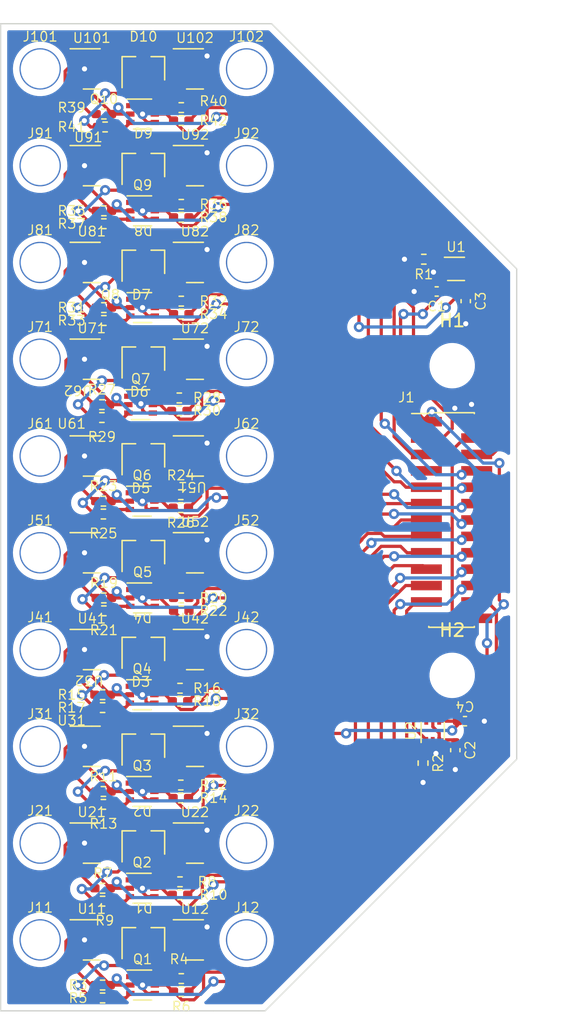
<source format=kicad_pcb>
(kicad_pcb (version 20211014) (generator pcbnew)
  (layers (0 "F.Cu" signal) (31 "B.Cu" signal) (34 "B.Paste" user) (35 "F.Paste" user) (36 "B.SilkS" user "B.Silkscreen") (37 "F.SilkS" user "F.Silkscreen") (38 "B.Mask" user) (39 "F.Mask" user) (44 "Edge.Cuts" user))
  (net 0 "")
  (net 1 "VCC")
  (net 2 "GND")
  (net 3 "Net-(D2-Pad1)")
  (net 4 "Net-(D2-Pad2)")
  (net 5 "Net-(D3-Pad1)")
  (net 6 "Net-(D3-Pad2)")
  (net 7 "Net-(D4-Pad1)")
  (net 8 "Net-(D4-Pad2)")
  (net 9 "Net-(D5-Pad1)")
  (net 10 "Net-(D5-Pad2)")
  (net 11 "Net-(D6-Pad1)")
  (net 12 "Net-(D6-Pad2)")
  (net 13 "Net-(D7-Pad1)")
  (net 14 "Net-(D7-Pad2)")
  (net 15 "Net-(D8-Pad1)")
  (net 16 "Net-(D8-Pad2)")
  (net 17 "Net-(D9-Pad1)")
  (net 18 "Net-(D9-Pad2)")
  (net 19 "Net-(D10-Pad1)")
  (net 20 "Net-(D10-Pad2)")
  (net 21 "/2v7_EN")
  (net 22 "/3v2_EN")
  (net 23 "/B0_1_4")
  (net 24 "/B0_0_4")
  (net 25 "/B0_1_3")
  (net 26 "/B0_0_3")
  (net 27 "/B0_1_2")
  (net 28 "/B0_0_2")
  (net 29 "/B0_1_1")
  (net 30 "/B0_0_1")
  (net 31 "/B0_1_0")
  (net 32 "/B0_0_0")
  (net 33 "/B1_1_4")
  (net 34 "/B1_0_4")
  (net 35 "/B1_1_3")
  (net 36 "/B1_0_3")
  (net 37 "/B1_1_2")
  (net 38 "/B1_0_2")
  (net 39 "/B1_1_1")
  (net 40 "/B1_1_0")
  (net 41 "/B1_0_1")
  (net 42 "/B1_0_0")
  (net 45 "Net-(Q1-Pad3)")
  (net 46 "Net-(Q1-Pad6)")
  (net 47 "Net-(Q2-Pad3)")
  (net 48 "Net-(Q2-Pad6)")
  (net 49 "Net-(Q3-Pad3)")
  (net 50 "Net-(Q3-Pad6)")
  (net 51 "Net-(Q4-Pad3)")
  (net 52 "Net-(Q4-Pad6)")
  (net 53 "Net-(Q5-Pad3)")
  (net 54 "Net-(Q5-Pad6)")
  (net 55 "Net-(Q6-Pad3)")
  (net 56 "Net-(Q6-Pad6)")
  (net 57 "Net-(Q7-Pad3)")
  (net 58 "Net-(Q7-Pad6)")
  (net 59 "Net-(Q8-Pad3)")
  (net 60 "Net-(Q8-Pad6)")
  (net 61 "Net-(Q9-Pad3)")
  (net 62 "Net-(Q9-Pad6)")
  (net 63 "Net-(Q10-Pad3)")
  (net 64 "Net-(Q10-Pad6)")
  (net 67 "/2v7")
  (net 68 "Net-(D1-Pad1)")
  (net 69 "Net-(D1-Pad2)")
  (footprint "Package_TO_SOT_SMD:SC-59" (layer "F.Cu") (at 229.0625 30 90)
    (fp_text reference "D9")
    (fp_text value "LED_Dual_KKA")
  )
  (footprint "Package_TO_SOT_SMD:SOT-363_SC-70-6" (layer "F.Cu") (at 228.965 71)
    (fp_text reference "Q4")
    (fp_text value "BSS84DW")
  )
  (footprint "Resistor_SMD:R_0402_1005Metric_Pad0.72x0.64mm_HandSolder" (layer "F.Cu") (at 231.9025 71.5 180)
    (fp_text reference "R18")
    (fp_text value "100k_NP")
  )
  (footprint "Resistor_SMD:R_0402_1005Metric_Pad0.72x0.64mm_HandSolder" (layer "F.Cu") (at 225.9025 93.5)
    (fp_text reference "R3")
    (fp_text value "100k_NP")
  )
  (footprint "Resistor_SMD:R_0402_1005Metric_Pad0.72x0.64mm_HandSolder" (layer "F.Cu") (at 225.965 79.5)
    (fp_text reference "R13")
    (fp_text value "500")
  )
  (footprint "Resistor_SMD:R_0402_1005Metric_Pad0.72x0.64mm_HandSolder" (layer "F.Cu") (at 225.8475 49.52)
    (fp_text reference "R29")
    (fp_text value "500")
  )
  (footprint "Library:TestPattern0" (layer "F.Cu") (at 221.0625 67)
    (fp_text reference "J41")
    (fp_text value "Peg")
  )
  (footprint "Package_TO_SOT_SMD:SOT-363_SC-70-6" (layer "F.Cu") (at 229 93.5)
    (fp_text reference "Q1")
    (fp_text value "BSS84DW")
  )
  (footprint "Resistor_SMD:R_0402_1005Metric_Pad0.72x0.64mm_HandSolder" (layer "F.Cu") (at 232 40.5 180)
    (fp_text reference "R32")
    (fp_text value "500")
  )
  (footprint "Capacitor_SMD:C_0402_1005Metric_Pad0.74x0.62mm_HandSolder" (layer "F.Cu") (at 253.99125 73.05)
    (fp_text reference "C4")
    (fp_text value "0.1u")
  )
  (footprint "Package_TO_SOT_SMD:SOT-363_SC-70-6" (layer "F.Cu") (at 228.965 86)
    (fp_text reference "Q2")
    (fp_text value "BSS84DW")
  )
  (footprint "Package_TO_SOT_SMD:SC-59" (layer "F.Cu") (at 229.0625 82.5 90)
    (fp_text reference "D2")
    (fp_text value "LED_Dual_KKA")
  )
  (footprint "Library:TestPattern0" (layer "F.Cu") (at 237.0625 81)
    (fp_text reference "J22")
    (fp_text value "Peg")
  )
  (footprint "Library:TestPattern0" (layer "F.Cu") (at 237.0625 22.5)
    (fp_text reference "J102")
    (fp_text value "Peg")
  )
  (footprint "Resistor_SMD:R_0402_1005Metric_Pad0.72x0.64mm_HandSolder" (layer "F.Cu") (at 232 34 180)
    (fp_text reference "R38")
    (fp_text value "100k_NP")
  )
  (footprint "Resistor_SMD:R_0402_1005Metric_Pad0.72x0.64mm_HandSolder" (layer "F.Cu") (at 226 33.5)
    (fp_text reference "R35")
    (fp_text value "100k_NP")
  )
  (footprint "Library:TestPattern0" (layer "F.Cu") (at 221.0625 45)
    (fp_text reference "J71")
    (fp_text value "Peg")
  )
  (footprint "Package_TO_SOT_SMD:SC-59" (layer "F.Cu") (at 229.0625 45 90)
    (fp_text reference "D7")
    (fp_text value "LED_Dual_KKA")
  )
  (footprint "Resistor_SMD:R_0402_1005Metric_Pad0.72x0.64mm_HandSolder" (layer "F.Cu") (at 232 94 180)
    (fp_text reference "R6")
    (fp_text value "100k_NP")
  )
  (footprint "Package_TO_SOT_SMD:SOT-363_SC-70-6" (layer "F.Cu") (at 228.8475 48.52)
    (fp_text reference "Q7")
    (fp_text value "BSS84DW")
  )
  (footprint "Resistor_SMD:R_0402_1005Metric_Pad0.72x0.64mm_HandSolder" (layer "F.Cu") (at 226 42)
    (fp_text reference "R33")
    (fp_text value "500")
  )
  (footprint "Library:TestPattern0" (layer "F.Cu") (at 235.5625 46)
    (fp_text reference "J72")
    (fp_text value "Peg")
  )
  (footprint "Resistor_SMD:R_0402_1005Metric_Pad0.72x0.64mm_HandSolder" (layer "F.Cu") (at 232 26.5 180)
    (fp_text reference "R42")
    (fp_text value "100k_NP")
  )
  (footprint "Library:TestPattern0" (layer "F.Cu") (at 221.0625 22.5)
    (fp_text reference "J101")
    (fp_text value "Peg")
  )
  (footprint "Capacitor_SMD:C_0402_1005Metric_Pad0.74x0.62mm_HandSolder" (layer "F.Cu") (at 251.8 39.75 180)
    (fp_text reference "C1")
    (fp_text value "0.1u")
  )
  (footprint "Resistor_SMD:R_0402_1005Metric_Pad0.72x0.64mm_HandSolder" (layer "F.Cu") (at 231.965 79 180)
    (fp_text reference "R14")
    (fp_text value "100k_NP")
  )
  (footprint "Resistor_SMD:R_0402_1005Metric_Pad0.72x0.64mm_HandSolder" (layer "F.Cu") (at 225.965 56)
    (fp_text reference "R23")
    (fp_text value "100k_NP")
  )
  (footprint "Package_TO_SOT_SMD:SOT-23" (layer "F.Cu") (at 233.0625 90)
    (fp_text reference "U12")
    (fp_text value "AH1381")
  )
  (footprint "MountingHole:MountingHole_2.5mm" (layer "F.Cu") (at 253 45.5)
    (fp_text reference "H1")
    (fp_text value "MountingHole")
  )
  (footprint "Resistor_SMD:R_0402_1005Metric_Pad0.72x0.64mm_HandSolder" (layer "F.Cu") (at 250.74125 76.3 -90)
    (fp_text reference "R2")
    (fp_text value "100k")
  )
  (footprint "Resistor_SMD:R_0402_1005Metric_Pad0.72x0.64mm_HandSolder" (layer "F.Cu") (at 232 25.5 180)
    (fp_text reference "R40")
    (fp_text value "500")
  )
  (footprint "Package_TO_SOT_SMD:SOT-23" (layer "F.Cu") (at 233.0625 52.5)
    (fp_text reference "U62")
    (fp_text value "AH1381")
  )
  (footprint "Library:TestPattern0" (layer "F.Cu") (at 221.0625 37.5)
    (fp_text reference "J81")
    (fp_text value "Peg")
  )
  (footprint "Package_TO_SOT_SMD:SC-59" (layer "F.Cu") (at 229.0625 60 90)
    (fp_text reference "D5")
    (fp_text value "LED_Dual_KKA")
  )
  (footprint "Library:TestPattern0" (layer "F.Cu") (at 237.0625 74.5)
    (fp_text reference "J32")
    (fp_text value "Peg")
  )
  (footprint "Library:TestPattern0" (layer "F.Cu") (at 237.0625 59)
    (fp_text reference "J52")
    (fp_text value "Peg")
  )
  (footprint "Package_TO_SOT_SMD:SC-59" (layer "F.Cu") (at 229.0625 22.5 90)
    (fp_text reference "D10")
    (fp_text value "LED_Dual_KKA")
  )
  (footprint "Resistor_SMD:R_0402_1005Metric_Pad0.72x0.64mm_HandSolder" (layer "F.Cu") (at 231.9025 85.5 180)
    (fp_text reference "R8")
    (fp_text value "500")
  )
  (footprint "Package_TO_SOT_SMD:SOT-363_SC-70-6" (layer "F.Cu") (at 229 33.5)
    (fp_text reference "Q9")
    (fp_text value "BSS84DW")
  )
  (footprint "Resistor_SMD:R_0402_1005Metric_Pad0.72x0.64mm_HandSolder" (layer "F.Cu") (at 225.965 78.5)
    (fp_text reference "R11")
    (fp_text value "100k_NP")
  )
  (footprint "Library:TestPattern0" (layer "F.Cu") (at 237.0625 37.5)
    (fp_text reference "J82")
    (fp_text value "Peg")
  )
  (footprint "Package_TO_SOT_SMD:SOT-553" (layer "F.Cu") (at 253.3 38)
    (fp_text reference "U1")
    (fp_text value "TCR2EE27")
  )
  (footprint "Package_TO_SOT_SMD:SOT-23" (layer "F.Cu") (at 233.0625 30)
    (fp_text reference "U92")
    (fp_text value "AH1381")
  )
  (footprint "Resistor_SMD:R_0402_1005Metric_Pad0.72x0.64mm_HandSolder" (layer "F.Cu") (at 231.8475 48 180)
    (fp_text reference "R28")
    (fp_text value "500")
  )
  (footprint "Library:TestPattern0" (layer "F.Cu") (at 237.0625 30)
    (fp_text reference "J92")
    (fp_text value "Peg")
  )
  (footprint "Library:TestPattern0" (layer "F.Cu") (at 237.0625 52.5)
    (fp_text reference "J62")
    (fp_text value "Peg")
  )
  (footprint "Library:TestPattern0" (layer "F.Cu") (at 221.0625 30)
    (fp_text reference "J91")
    (fp_text value "Peg")
  )
  (footprint "Package_TO_SOT_SMD:SOT-363_SC-70-6" (layer "F.Cu") (at 229 41)
    (fp_text reference "Q8")
    (fp_text value "BSS84DW")
  )
  (footprint "Resistor_SMD:R_0402_1005Metric_Pad0.72x0.64mm_HandSolder" (layer "F.Cu") (at 225.965 57)
    (fp_text reference "R25")
    (fp_text value "500")
  )
  (footprint "Resistor_SMD:R_0402_1005Metric_Pad0.72x0.64mm_HandSolder" (layer "F.Cu") (at 231.965 56.5 180)
    (fp_text reference "R26")
    (fp_text value "100k_NP")
  )
  (footprint "Package_TO_SOT_SMD:SOT-23" (layer "F.Cu") (at 225.0625 82.5)
    (fp_text reference "U21")
    (fp_text value "AH1381")
  )
  (footprint "Package_TO_SOT_SMD:SOT-23" (layer "F.Cu") (at 233.0625 37.5)
    (fp_text reference "U82")
    (fp_text value "AH1381")
  )
  (footprint "Package_TO_SOT_SMD:SOT-23" (layer "F.Cu") (at 225.0625 22.5)
    (fp_text reference "U101")
    (fp_text value "AH1381")
  )
  (footprint "Package_TO_SOT_SMD:SOT-23" (layer "F.Cu") (at 233.0625 82.5)
    (fp_text reference "U22")
    (fp_text value "AH1381")
  )
  (footprint "Resistor_SMD:R_0402_1005Metric_Pad0.72x0.64mm_HandSolder" (layer "F.Cu") (at 231.965 55.5 180)
    (fp_text reference "R24")
    (fp_text value "500")
  )
  (footprint "Resistor_SMD:R_0402_1005Metric_Pad0.72x0.64mm_HandSolder" (layer "F.Cu") (at 225.9025 86)
    (fp_text reference "R7")
    (fp_text value "100k_NP")
  )
  (footprint "Resistor_SMD:R_0402_1005Metric_Pad0.72x0.64mm_HandSolder" (layer "F.Cu") (at 231.965 78 180)
    (fp_text reference "R12")
    (fp_text value "500")
  )
  (footprint "Package_TO_SOT_SMD:SOT-23" (layer "F.Cu") (at 233.0625 60)
    (fp_text reference "U52")
    (fp_text value "AH1381")
  )
  (footprint "Package_TO_SOT_SMD:SOT-23" (layer "F.Cu") (at 233.0625 75)
    (fp_text reference "U32")
    (fp_text value "AH1381")
  )
  (footprint "Package_TO_SOT_SMD:SOT-23" (layer "F.Cu") (at 225.0625 52.5)
    (fp_text reference "U61")
    (fp_text value "AH1381")
  )
  (footprint "Resistor_SMD:R_0402_1005Metric_Pad0.72x0.64mm_HandSolder" (layer "F.Cu") (at 225.9025 72)
    (fp_text reference "R17")
    (fp_text value "500")
  )
  (footprint "Package_TO_SOT_SMD:SC-59" (layer "F.Cu") (at 229.0625 75 90)
    (fp_text reference "D3")
    (fp_text value "LED_Dual_KKA")
  )
  (footprint "Library:TestPattern0" (layer "F.Cu") (at 237.0625 89.5)
    (fp_text reference "J12")
    (fp_text value "Peg")
  )
  (footprint "Resistor_SMD:R_0402_1005Metric_Pad0.72x0.64mm_HandSolder" (layer "F.Cu") (at 232 63.5 180)
    (fp_text reference "R20")
    (fp_text value "500")
  )
  (footprint "Package_TO_SOT_SMD:SOT-23" (layer "F.Cu") (at 233.0625 45)
    (fp_text reference "U72")
    (fp_text value "AH1381")
  )
  (footprint "Package_TO_SOT_SMD:SOT-23" (layer "F.Cu") (at 225.0625 37.5)
    (fp_text reference "U81")
    (fp_text value "AH1381")
  )
  (footprint "Resistor_SMD:R_0402_1005Metric_Pad0.72x0.64mm_HandSolder" (layer "F.Cu") (at 226 34.5)
    (fp_text reference "R37")
    (fp_text value "500")
  )
  (footprint "Package_TO_SOT_SMD:SOT-23" (layer "F.Cu") (at 225.0625 60)
    (fp_text reference "U51")
    (fp_text value "AH1381")
  )
  (footprint "Resistor_SMD:R_0402_1005Metric_Pad0.72x0.64mm_HandSolder" (layer "F.Cu") (at 226 64.5)
    (fp_text reference "R21")
    (fp_text value "500")
  )
  (footprint "Package_TO_SOT_SMD:SOT-23" (layer "F.Cu") (at 225.0625 90)
    (fp_text reference "U11")
    (fp_text value "AH1381")
  )
  (footprint "Package_TO_SOT_SMD:SOT-23" (layer "F.Cu") (at 225.0625 67.5)
    (fp_text reference "U41")
    (fp_text value "AH1381")
  )
  (footprint "Library:TestPattern0" (layer "F.Cu") (at 221.0625 60)
    (fp_text reference "J51")
    (fp_text value "Peg")
  )
  (footprint "Resistor_SMD:R_0402_1005Metric_Pad0.72x0.64mm_HandSolder" (layer "F.Cu") (at 231.8475 49 180)
    (fp_text reference "R30")
    (fp_text value "100k_NP")
  )
  (footprint "Package_TO_SOT_SMD:SOT-23" (layer "F.Cu") (at 233.0625 67.5)
    (fp_text reference "U42")
    (fp_text value "AH1381")
  )
  (footprint "Package_TO_SOT_SMD:SOT-23" (layer "F.Cu") (at 225.0625 45)
    (fp_text reference "U71")
    (fp_text value "AH1381")
  )
  (footprint "Resistor_SMD:R_0402_1005Metric_Pad0.72x0.64mm_HandSolder" (layer "F.Cu") (at 225.9025 71)
    (fp_text reference "R15")
    (fp_text value "100k_NP")
  )
  (footprint "Resistor_SMD:R_0402_1005Metric_Pad0.72x0.64mm_HandSolder" (layer "F.Cu") (at 225.9025 94.5)
    (fp_text reference "R5")
    (fp_text value "500")
  )
  (footprint "Package_TO_SOT_SMD:SC-59" (layer "F.Cu") (at 229.0625 52.5 90)
    (fp_text reference "D6")
    (fp_text value "LED_Dual_KKA")
  )
  (footprint "Package_TO_SOT_SMD:SC-59" (layer "F.Cu") (at 229.0625 67.5 90)
    (fp_text reference "D4")
    (fp_text value "LED_Dual_KKA")
  )
  (footprint "Package_TO_SOT_SMD:SC-59" (layer "F.Cu") (at 229.0625 90 90)
    (fp_text reference "D1")
    (fp_text value "LED_Dual_KKA")
  )
  (footprint "Library:TestPattern0" (layer "F.Cu") (at 221.0625 74)
    (fp_text reference "J31")
    (fp_text value "Peg")
  )
  (footprint "Package_TO_SOT_SMD:SOT-23" (layer "F.Cu") (at 233.0625 22.5)
    (fp_text reference "U102")
    (fp_text value "AH1381")
  )
  (footprint "Resistor_SMD:R_0402_1005Metric_Pad0.72x0.64mm_HandSolder" (layer "F.Cu") (at 232 33 180)
    (fp_text reference "R36")
    (fp_text value "500")
  )
  (footprint "Resistor_SMD:R_0402_1005Metric_Pad0.72x0.64mm_HandSolder" (layer "F.Cu") (at 231.9025 70.5 180)
    (fp_text reference "R16")
    (fp_text value "500")
  )
  (footprint "Package_TO_SOT_SMD:SC-59" (layer "F.Cu") (at 229.0625 37.5 90)
    (fp_text reference "D8")
    (fp_text value "LED_Dual_KKA")
  )
  (footprint "Package_TO_SOT_SMD:SOT-363_SC-70-6" (layer "F.Cu") (at 228.965 78.5)
    (fp_text reference "Q3")
    (fp_text value "BSS84DW")
  )
  (footprint "Resistor_SMD:R_0402_1005Metric_Pad0.72x0.64mm_HandSolder" (layer "F.Cu") (at 232 93 180)
    (fp_text reference "R4")
    (fp_text value "500")
  )
  (footprint "Resistor_SMD:R_0402_1005Metric_Pad0.72x0.64mm_HandSolder" (layer "F.Cu") (at 226 63.5)
    (fp_text reference "R19")
    (fp_text value "100k_NP")
  )
  (footprint "Package_TO_SOT_SMD:SOT-363_SC-70-6" (layer "F.Cu") (at 228.965 56)
    (fp_text reference "Q6")
    (fp_text value "BSS84DW")
  )
  (footprint "Package_TO_SOT_SMD:SOT-363_SC-70-6" (layer "F.Cu") (at 229 26)
    (fp_text reference "Q10")
    (fp_text value "BSS84DW")
  )
  (footprint "Package_TO_SOT_SMD:SOT-363_SC-70-6" (layer "F.Cu") (at 229 63.5)
    (fp_text reference "Q5")
    (fp_text value "BSS84DW")
  )
  (footprint "Package_TO_SOT_SMD:SOT-553" (layer "F.Cu") (at 251.49125 73.8 90)
    (fp_text reference "U2")
    (fp_text value "TCR2EE32")
  )
  (footprint "MountingHole:MountingHole_2.5mm" (layer "F.Cu") (at 253 69.5)
    (fp_text reference "H2")
    (fp_text value "MountingHole")
  )
  (footprint "Resistor_SMD:R_0402_1005Metric_Pad0.72x0.64mm_HandSolder" (layer "F.Cu") (at 226 41)
    (fp_text reference "R31")
    (fp_text value "100k_NP")
  )
  (footprint "Capacitor_SMD:C_0402_1005Metric_Pad0.74x0.62mm_HandSolder" (layer "F.Cu") (at 253.24125 75.3 -90)
    (fp_text reference "C2")
    (fp_text value "0.1u")
  )
  (footprint "Package_TO_SOT_SMD:SOT-23" (layer "F.Cu") (at 225.0625 75)
    (fp_text reference "U31")
    (fp_text value "AH1381")
  )
  (footprint "Resistor_SMD:R_0402_1005Metric_Pad0.72x0.64mm_HandSolder" (layer "F.Cu") (at 225.8475 48.52)
    (fp_text reference "R27")
    (fp_text value "100k_NP")
  )
  (footprint "Resistor_SMD:R_0402_1005Metric_Pad0.72x0.64mm_HandSolder" (layer "F.Cu") (at 232 64.5 180)
    (fp_text reference "R22")
    (fp_text value "100k_NP")
  )
  (footprint "Resistor_SMD:R_0402_1005Metric_Pad0.72x0.64mm_HandSolder" (layer "F.Cu") (at 231.9025 86.5 180)
    (fp_text reference "R10")
    (fp_text value "100k_NP")
  )
  (footprint "Capacitor_SMD:C_0402_1005Metric_Pad0.74x0.62mm_HandSolder" (layer "F.Cu") (at 254.05 40.5 -90)
    (fp_text reference "C3")
    (fp_text value "0.1u")
  )
  (footprint "Resistor_SMD:R_0402_1005Metric_Pad0.72x0.64mm_HandSolder" (layer "F.Cu") (at 250.8 37.25 180)
    (fp_text reference "R1")
    (fp_text value "100k")
  )
  (footprint "Resistor_SMD:R_0402_1005Metric_Pad0.72x0.64mm_HandSolder" (layer "F.Cu") (at 226 26)
    (fp_text reference "R39")
    (fp_text value "100k_NP")
  )
  (footprint "Resistor_SMD:R_0402_1005Metric_Pad0.72x0.64mm_HandSolder" (layer "F.Cu") (at 232 41.5 180)
    (fp_text reference "R34")
    (fp_text value "100k_NP")
  )
  (footprint "Library:TestPattern0" (layer "F.Cu") (at 237.0625 67)
    (fp_text reference "J42")
    (fp_text value "Peg")
  )
  (footprint "Resistor_SMD:R_0402_1005Metric_Pad0.72x0.64mm_HandSolder" (layer "F.Cu") (at 226.0975 27)
    (fp_text reference "R41")
    (fp_text value "500")
  )
  (footprint "Resistor_SMD:R_0402_1005Metric_Pad0.72x0.64mm_HandSolder" (layer "F.Cu") (at 225.9025 87)
    (fp_text reference "R9")
    (fp_text value "500")
  )
  (footprint "Connector_PinHeader_1.27mm:PinHeader_2x13_P1.27mm_Vertical_SMD" (layer "F.Cu") (at 252.95 57.46)
    (fp_text reference "J1")
    (fp_text value "Conn_02x13_Odd_Even")
  )
  (footprint "Package_TO_SOT_SMD:SOT-23" (layer "F.Cu") (at 225.0625 30)
    (fp_text reference "U91")
    (fp_text value "AH1381")
  )
  (footprint "Library:TestPattern0" (layer "F.Cu") (at 221.0625 52)
    (fp_text reference "J61")
    (fp_text value "Peg")
  )
  (footprint "Library:TestPattern0" (layer "F.Cu") (at 221.0625 81)
    (fp_text reference "J21")
    (fp_text value "Peg")
  )
  (footprint "Library:TestPattern0" (layer "F.Cu") (at 221.0625 89)
    (fp_text reference "J11")
    (fp_text value "Peg")
  )
  (gr_line (start 218 48.5) (end 218 35.5) (layer "Edge.Cuts") (width 0.1))
  (gr_line (start 218 95.5) (end 218 75.5) (layer "Edge.Cuts") (width 0.1))
  (gr_line (start 238.5 95.5) (end 257.5 76.5) (layer "Edge.Cuts") (width 0.1))
  (gr_line (start 234.5 95.5) (end 238 95.5) (layer "Edge.Cuts") (width 0.1))
  (gr_line (start 258 38) (end 239 19) (layer "Edge.Cuts") (width 0.1))
  (gr_line (start 258 76) (end 257.5 76.5) (layer "Edge.Cuts") (width 0.1))
  (gr_line (start 238 95.5) (end 238.5 95.5) (layer "Edge.Cuts") (width 0.1))
  (gr_line (start 218 48.5) (end 218 62.5) (layer "Edge.Cuts") (width 0.1))
  (gr_line (start 218 35.5) (end 218 19) (layer "Edge.Cuts") (width 0.1))
  (gr_line (start 258 38) (end 258 76) (layer "Edge.Cuts") (width 0.1))
  (gr_line (start 218 62.5) (end 218 75.5) (layer "Edge.Cuts") (width 0.1))
  (gr_line (start 234.5 95.5) (end 218 95.5) (layer "Edge.Cuts") (width 0.1))
  (gr_line (start 218 19) (end 239 19) (layer "Edge.Cuts") (width 0.1))
  (segment (start 251 49.84) (end 249.5 48.34) (width 0.25) (layer "F.Cu") (net 1))
  (segment (start 251.5 73.48375) (end 251.99125 73.975) (width 0.25) (layer "F.Cu") (net 1))
  (segment (start 250.7245 41.393) (end 252.3675 39.75) (width 0.25) (layer "F.Cu") (net 1))
  (segment (start 256.653215 63.653215) (end 257 64) (width 0.25) (layer "F.Cu") (net 1))
  (segment (start 252.6 38.5) (end 252.6 39.5175) (width 0.25) (layer "F.Cu") (net 1))
  (segment (start 250.7245 41.5) (end 250.7245 41.393) (width 0.25) (layer "F.Cu") (net 1))
  (segment (start 253.00875 74.5) (end 253.24125 74.7325) (width 0.25) (layer "F.Cu") (net 1))
  (segment (start 249 47.84) (end 249 41.5) (width 0.25) (layer "F.Cu") (net 1))
  (segment (start 252.6 39.5175) (end 252.3675 39.75) (width 0.25) (layer "F.Cu") (net 1))
  (segment (start 249.5 48.34) (end 249 47.84) (width 0.25) (layer "F.Cu") (net 1))
  (segment (start 254.585 72.415) (end 251.65125 72.415) (width 0.25) (layer "F.Cu") (net 1))
  (segment (start 251 49.84) (end 251 49.5) (width 0.25) (layer "F.Cu") (net 1))
  (segment (start 251.65125 72.415) (end 251.5 72.56625) (width 0.25) (layer "F.Cu") (net 1))
  (segment (start 255.7005 67) (end 255.7005 71.2995) (width 0.25) (layer "F.Cu") (net 1))
  (segment (start 251.5 72.56625) (end 251.5 73.48375) (width 0.25) (layer "F.Cu") (net 1))
  (segment (start 251.99125 74.5) (end 253.00875 74.5) (width 0.25) (layer "F.Cu") (net 1))
  (segment (start 249 41.5) (end 249.2245 41.5) (width 0.25) (layer "F.Cu") (net 1))
  (segment (start 256.653215 53.049013) (end 256.653215 63.653215) (width 0.25) (layer "F.Cu") (net 1))
  (segment (start 255.7005 71.2995) (end 254.585 72.415) (width 0.25) (layer "F.Cu") (net 1))
  (segment (start 251.99125 73.975) (end 251.99125 74.5) (width 0.25) (layer "F.Cu") (net 1))
  (segment (start 251 49.5) (end 251.4277 49.0723) (width 0.25) (layer "F.Cu") (net 1))
  (via (at 250.7245 41.5) (size 0.8) (drill 0.4) (layers "F.Cu" "B.Cu") (net 1))
  (via (at 257 64) (size 0.8) (drill 0.4) (layers "F.Cu" "B.Cu") (net 1))
  (via (at 249.2245 41.5) (size 0.8) (drill 0.4) (layers "F.Cu" "B.Cu") (net 1))
  (via (at 251.4277 49.0723) (size 0.8) (drill 0.4) (layers "F.Cu" "B.Cu") (net 1))
  (via (at 255.7005 67) (size 0.8) (drill 0.4) (layers "F.Cu" "B.Cu") (net 1))
  (via (at 256.653215 53.049013) (size 0.8) (drill 0.4) (layers "F.Cu" "B.Cu") (net 1))
  (segment (start 255.7005 65.2995) (end 255.7005 67) (width 0.25) (layer "B.Cu") (net 1))
  (segment (start 249.2245 41.5) (end 250.7245 41.5) (width 0.25) (layer "B.Cu") (net 1))
  (segment (start 255.404413 53.049013) (end 256.653215 53.049013) (width 0.25) (layer "B.Cu") (net 1))
  (segment (start 251.4277 49.0723) (end 255.404413 53.049013) (width 0.25) (layer "B.Cu") (net 1))
  (segment (start 257 64) (end 255.7005 65.2995) (width 0.25) (layer "B.Cu") (net 1))
  (segment (start 226 37.5) (end 224.5 37.5) (width 0.25) (layer "F.Cu") (net 2))
  (segment (start 229 26.275) (end 229 25.775) (width 0.25) (layer "F.Cu") (net 2))
  (segment (start 228.05 40.35) (end 228.625 40.35) (width 0.25) (layer "F.Cu") (net 2))
  (segment (start 234 22.5) (end 234 21.5) (width 0.25) (layer "F.Cu") (net 2))
  (segment (start 229.265 56.525) (end 229.39 56.65) (width 0.25) (layer "F.Cu") (net 2))
  (segment (start 229 71) (end 229.265 71.265) (width 0.25) (layer "F.Cu") (net 2))
  (segment (start 254.9 49.84) (end 253.84 49.84) (width 0.25) (layer "F.Cu") (net 2))
  (segment (start 234 82.5) (end 234 81.5) (width 0.25) (layer "F.Cu") (net 2))
  (segment (start 229 93.225) (end 229 93.5) (width 0.25) (layer "F.Cu") (net 2))
  (segment (start 228.625 92.85) (end 229 93.225) (width 0.25) (layer "F.Cu") (net 2))
  (segment (start 226 60) (end 224.5 60) (width 0.25) (layer "F.Cu") (net 2))
  (segment (start 229.265 71.265) (end 229.265 71.525) (width 0.25) (layer "F.Cu") (net 2))
  (segment (start 229 48.9475) (end 229 48.4475) (width 0.25) (layer "F.Cu") (net 2))
  (segment (start 228.4225 47.87) (end 227.8975 47.87) (width 0.25) (layer "F.Cu") (net 2))
  (segment (start 229.265 56.265) (end 229.265 56.525) (width 0.25) (layer "F.Cu") (net 2))
  (segment (start 254.55875 73.05) (end 255.49125 73.05) (width 0.25) (layer "F.Cu") (net 2))
  (segment (start 229.375 26.65) (end 229 26.275) (width 0.25) (layer "F.Cu") (net 2))
  (segment (start 226 45) (end 224.5 45) (width 0.25) (layer "F.Cu") (net 2))
  (segment (start 226 75) (end 224.5 75) (width 0.25) (layer "F.Cu") (net 2))
  (segment (start 229.95 94.15) (end 229.375 94.15) (width 0.25) (layer "F.Cu") (net 2))
  (segment (start 254.9 48.9) (end 254.5 48.5) (width 0.25) (layer "F.Cu") (net 2))
  (segment (start 250.2025 37.25) (end 249.3 37.25) (width 0.25) (layer "F.Cu") (net 2))
  (segment (start 234 60) (end 234 59) (width 0.25) (layer "F.Cu") (net 2))
  (segment (start 229.915 86.65) (end 229.34 86.65) (width 0.25) (layer "F.Cu") (net 2))
  (segment (start 229 48.4475) (end 228.872998 48.4475) (width 0.25) (layer "F.Cu") (net 2))
  (segment (start 228.35 70.35) (end 229 71) (width 0.25) (layer "F.Cu") (net 2))
  (segment (start 252.6 38) (end 251.8 38) (width 0.25) (layer "F.Cu") (net 2))
  (segment (start 254.9 49.84) (end 254.2446 49.84) (width 0.25) (layer "F.Cu") (net 2))
  (segment (start 229 41.225) (end 229.425 41.65) (width 0.25) (layer "F.Cu") (net 2))
  (segment (start 229.95 26.65) (end 229.375 26.65) (width 0.25) (layer "F.Cu") (net 2))
  (segment (start 253.24125 75.8675) (end 253.24125 76.8) (width 0.25) (layer "F.Cu") (net 2))
  (segment (start 234 30) (end 234 29) (width 0.25) (layer "F.Cu") (net 2))
  (segment (start 234 90) (end 234 89) (width 0.25) (layer "F.Cu") (net 2))
  (segment (start 229.425 64.15) (end 229.95 64.15) (width 0.25) (layer "F.Cu") (net 2))
  (segment (start 226 22.5) (end 224.5 22.5) (width 0.25) (layer "F.Cu") (net 2))
  (segment (start 229 63.225) (end 229 63.725) (width 0.25) (layer "F.Cu") (net 2))
  (segment (start 234 45) (end 234 44) (width 0.25) (layer "F.Cu") (net 2))
  (segment (start 251.49125 75.3) (end 251.74125 75.55) (width 0.25) (layer "F.Cu") (net 2))
  (segment (start 250.74125 76.8975) (end 250.74125 77.8) (width 0.25) (layer "F.Cu") (net 2))
  (segment (start 228.59 85.35) (end 228.990498 85.750498) (width 0.25) (layer "F.Cu") (net 2))
  (segment (start 228.990498 78.800498) (end 228.990498 78.5) (width 0.25) (layer "F.Cu") (net 2))
  (segment (start 229 48.4475) (end 228.4225 47.87) (width 0.25) (layer "F.Cu") (net 2))
  (segment (start 228.05 62.85) (end 228.625 62.85) (width 0.25) (layer "F.Cu") (net 2))
  (segment (start 251.2325 39.75) (end 250.05 39.75) (width 0.25) (layer "F.Cu") (net 2))
  (segment (start 228.015 70.35) (end 228.35 70.35) (width 0.25) (layer "F.Cu") (net 2))
  (segment (start 226 52.5) (end 224.5 52.5) (width 0.25) (layer "F.Cu") (net 2))
  (segment (start 229.7975 49.17) (end 229.2225 49.17) (width 0.25) (layer "F.Cu") (net 2))
  (segment (start 226 30) (end 224.5 30) (width 0.25) (layer "F.Cu") (net 2))
  (segment (start 228.015 77.85) (end 228.59 77.85) (width 0.25) (layer "F.Cu") (net 2))
  (segment (start 229 25.775) (end 228.575 25.35) (width 0.25) (layer "F.Cu") (net 2))
  (segment (start 254.2446 49.84) (end 253.2023 48.7977) (width 0.25) (layer "F.Cu") (net 2))
  (segment (start 228.015 55.35) (end 228.35 55.35) (width 0.25) (layer "F.Cu") (net 2))
  (segment (start 229 33.775) (end 229 33.275) (width 0.25) (layer "F.Cu") (net 2))
  (segment (start 229.915 79.15) (end 229.34 79.15) (width 0.25) (layer "F.Cu") (net 2))
  (segment (start 234 67.5) (end 234 66.5) (width 0.25) (layer "F.Cu") (net 2))
  (segment (start 228.015 85.35) (end 228.59 85.35) (width 0.25) (layer "F.Cu") (net 2))
  (segment (start 228.625 62.85) (end 229 63.225) (width 0.25) (layer "F.Cu") (net 2))
  (segment (start 254.9 49.84) (end 254.9 48.9) (width 0.25) (layer "F.Cu") (net 2))
  (segment (start 234 37.5) (end 234 36.5) (width 0.25) (layer "F.Cu") (net 2))
  (segment (start 229 93.775) (end 229 93.5) (width 0.25) (layer "F.Cu") (net 2))
  (segment (start 228.990498 85.750498) (end 228.990498 86) (width 0.25) (layer "F.Cu") (net 2))
  (segment (start 228.575 25.35) (end 228.05 25.35) (width 0.25) (layer "F.Cu") (net 2))
  (segment (start 226 90) (end 224.5 90) (width 0.25) (layer "F.Cu") (net 2))
  (segment (start 229.2225 49.17) (end 229 48.9475) (width 0.25) (layer "F.Cu") (net 2))
  (segment (start 229.34 79.15) (end 228.990498 78.800498) (width 0.25) (layer "F.Cu") (net 2))
  (segment (start 229 63.725) (end 229.425 64.15) (width 0.25) (layer "F.Cu") (net 2))
  (segment (start 226 67.5) (end 224.5 67.5) (width 0.25) (layer "F.Cu") (net 2))
  (segment (start 228.625 40.35) (end 229 40.725) (width 0.25) (layer "F.Cu") (net 2))
  (segment (start 251.49125 74.5) (end 251.49125 75.3) (width 0.25) (layer "F.Cu") (net 2))
  (segment (start 229.265 71.525) (end 229.39 71.65) (width 0.25) (layer "F.Cu") (net 2))
  (segment (start 229.425 41.65) (end 229.95 41.65) (width 0.25) (layer "F.Cu") (net 2))
  (segment (start 234 52.5) (end 234 51.5) (width 0.25) (layer "F.Cu") (net 2))
  (segment (start 254.05 41.0675) (end 254.05 42.25) (width 0.25) (layer "F.Cu") (net 2))
  (segment (start 251.8 38) (end 251.55 38.25) (width 0.25) (layer "F.Cu") (net 2))
  (segment (start 229 40.725) (end 229 41.225) (width 0.25) (layer "F.Cu") (net 2))
  (segment (start 229.34 86.65) (end 228.990498 86.300498) (width 0.25) (layer "F.Cu") (net 2))
  (segment (start 229 56) (end 229.265 56.265) (width 0.25) (layer "F.Cu") (net 2))
  (segment (start 229 33.275) (end 228.575 32.85) (width 0.25) (layer "F.Cu") (net 2))
  (segment (start 228.59 77.85) (end 228.990498 78.250498) (width 0.25) (layer "F.Cu") (net 2))
  (segment (start 234 75) (end 234 74) (width 0.25) (layer "F.Cu") (net 2))
  (segment (start 229.39 56.65) (end 229.915 56.65) (width 0.25) (layer "F.Cu") (net 2))
  (segment (start 229.375 94.15) (end 229 93.775) (width 0.25) (layer "F.Cu") (net 2))
  (segment (start 228.990498 78.250498) (end 228.990498 78.5) (width 0.25) (layer "F.Cu") (net 2))
  (segment (start 229.375 34.15) (end 229 33.775) (width 0.25) (layer "F.Cu") (net 2))
  (segment (start 229 56) (end 228.990498 56) (width 0.25) (layer "F.Cu") (net 2))
  (segment (start 226 82.5) (end 224.5 82.5) (width 0.25) (layer "F.Cu") (net 2))
  (segment (start 228.35 55.35) (end 229 56) (width 0.25) (layer "F.Cu") (net 2))
  (segment (start 229.95 34.15) (end 229.375 34.15) (width 0.25) (layer "F.Cu") (net 2))
  (segment (start 229 71) (end 228.990498 71) (width 0.25) (layer "F.Cu") (net 2))
  (segment (start 228.05 92.85) (end 228.625 92.85) (width 0.25) (layer "F.Cu") (net 2))
  (segment (start 229.39 71.65) (end 229.915 71.65) (width 0.25) (layer "F.Cu") (net 2))
  (segment (start 228.990498 86.300498) (end 228.990498 86) (width 0.25) (layer "F.Cu") (net 2))
  (segment (start 228.575 32.85) (end 228.05 32.85) (width 0.25) (layer "F.Cu") (net 2))
  (via (at 224.5 90) (size 0.8) (drill 0.4) (layers "F.Cu" "B.Cu") (net 2))
  (via (at 228.990498 86) (size 0.8) (drill 0.4) (layers "F.Cu" "B.Cu") (net 2))
  (via (at 229 33.5) (size 0.8) (drill 0.4) (layers "F.Cu" "B.Cu") (net 2))
  (via (at 228.990498 71) (size 0.8) (drill 0.4) (layers "F.Cu" "B.Cu") (net 2))
  (via (at 234 81.5) (size 0.8) (drill 0.4) (layers "F.Cu" "B.Cu") (net 2))
  (via (at 224.5 30) (size 0.8) (drill 0.4) (layers "F.Cu" "B.Cu") (net 2))
  (via (at 234 44) (size 0.8) (drill 0.4) (layers "F.Cu" "B.Cu") (net 2))
  (via (at 224.5 22.5) (size 0.8) (drill 0.4) (layers "F.Cu" "B.Cu") (net 2))
  (via (at 228.872998 48.4475) (size 0.8) (drill 0.4) (layers "F.Cu" "B.Cu") (net 2))
  (via (at 224.5 37.5) (size 0.8) (drill 0.4) (layers "F.Cu" "B.Cu") (net 2))
  (via (at 253.24125 76.8) (size 0.8) (drill 0.4) (layers "F.Cu" "B.Cu") (net 2))
  (via (at 250.74125 77.8) (size 0.8) (drill 0.4) (layers "F.Cu" "B.Cu") (net 2))
  (via (at 250.05 39.75) (size 0.8) (drill 0.4) (layers "F.Cu" "B.Cu") (net 2))
  (via (at 234 29) (size 0.8) (drill 0.4) (layers "F.Cu" "B.Cu") (net 2))
  (via (at 229 63.5) (size 0.8) (drill 0.4) (layers "F.Cu" "B.Cu") (net 2))
  (via (at 253.2023 48.7977) (size 0.8) (drill 0.4) (layers "F.Cu" "B.Cu") (net 2))
  (via (at 254.05 42.25) (size 0.8) (drill 0.4) (layers "F.Cu" "B.Cu") (net 2))
  (via (at 224.5 82.5) (size 0.8) (drill 0.4) (layers "F.Cu" "B.Cu") (net 2))
  (via (at 224.5 45) (size 0.8) (drill 0.4) (layers "F.Cu" "B.Cu") (net 2))
  (via (at 255.49125 73.05) (size 0.8) (drill 0.4) (layers "F.Cu" "B.Cu") (net 2))
  (via (at 234 66.5) (size 0.8) (drill 0.4) (layers "F.Cu" "B.Cu") (net 2))
  (via (at 228.990498 78.5) (size 0.8) (drill 0.4) (layers "F.Cu" "B.Cu") (net 2))
  (via (at 224.5 52.5) (size 0.8) (drill 0.4) (layers "F.Cu" "B.Cu") (net 2))
  (via (at 229 93.5) (size 0.8) (drill 0.4) (layers "F.Cu" "B.Cu") (net 2))
  (via (at 234 51.5) (size 0.8) (drill 0.4) (layers "F.Cu" "B.Cu") (net 2))
  (via (at 234 59) (size 0.8) (drill 0.4) (layers "F.Cu" "B.Cu") (net 2))
  (via (at 234 74) (size 0.8) (drill 0.4) (layers "F.Cu" "B.Cu") (net 2))
  (via (at 224.5 67.5) (size 0.8) (drill 0.4) (layers "F.Cu" "B.Cu") (net 2))
  (via (at 234 89) (size 0.8) (drill 0.4) (layers "F.Cu" "B.Cu") (net 2))
  (via (at 251.55 38.25) (size 0.8) (drill 0.4) (layers "F.Cu" "B.Cu") (net 2))
  (via (at 254.5 48.5) (size 0.8) (drill 0.4) (layers "F.Cu" "B.Cu") (net 2))
  (via (at 249.3 37.25) (size 0.8) (drill 0.4) (layers "F.Cu" "B.Cu") (net 2))
  (via (at 229 26) (size 0.8) (drill 0.4) (layers "F.Cu" "B.Cu") (net 2))
  (via (at 251.74125 75.55) (size 0.8) (drill 0.4) (layers "F.Cu" "B.Cu") (net 2))
  (via (at 224.5 75) (size 0.8) (drill 0.4) (layers "F.Cu" "B.Cu") (net 2))
  (via (at 228.990498 56) (size 0.8) (drill 0.4) (layers "F.Cu" "B.Cu") (net 2))
  (via (at 229 41) (size 0.8) (drill 0.4) (layers "F.Cu" "B.Cu") (net 2))
  (via (at 234 36.5) (size 0.8) (drill 0.4) (layers "F.Cu" "B.Cu") (net 2))
  (via (at 234 21.5) (size 0.8) (drill 0.4) (layers "F.Cu" "B.Cu") (net 2))
  (via (at 224.5 60) (size 0.8) (drill 0.4) (layers "F.Cu" "B.Cu") (net 2))
  (segment (start 225.305 87) (end 225.24115 87) (width 0.25) (layer "F.Cu") (net 3))
  (segment (start 226.262299 84.737701) (end 227.074799 84.737701) (width 0.25) (layer "F.Cu") (net 3))
  (segment (start 227.074799 84.737701) (end 228.1125 83.7) (width 0.25) (layer "F.Cu") (net 3))
  (segment (start 225.24115 87) (end 224.294575 86.053425) (width 0.25) (layer "F.Cu") (net 3))
  (via (at 224.294575 86.053425) (size 0.8) (drill 0.4) (layers "F.Cu" "B.Cu") (net 3))
  (via (at 226.262299 84.737701) (size 0.8) (drill 0.4) (layers "F.Cu" "B.Cu") (net 3))
  (segment (start 224.946575 86.053425) (end 226.262299 84.737701) (width 0.25) (layer "B.Cu") (net 3))
  (segment (start 224.294575 86.053425) (end 224.946575 86.053425) (width 0.25) (layer "B.Cu") (net 3))
  (segment (start 231.855 84.855) (end 231 84.855) (width 0.25) (layer "F.Cu") (net 4))
  (segment (start 230.0125 83.8675) (end 230.0125 83.7) (width 0.25) (layer "F.Cu") (net 4))
  (segment (start 231 84.855) (end 230.0125 83.8675) (width 0.25) (layer "F.Cu") (net 4))
  (segment (start 232.5 85.5) (end 231.855 84.855) (width 0.25) (layer "F.Cu") (net 4))
  (segment (start 225.3675 79.5) (end 224.975402 79.5) (width 0.25) (layer "F.Cu") (net 5))
  (segment (start 227.412299 76.900201) (end 228.1125 76.2) (width 0.25) (layer "F.Cu") (net 5))
  (segment (start 224.975402 79.5) (end 223.987701 78.512299) (width 0.25) (layer "F.Cu") (net 5))
  (segment (start 226.099799 76.900201) (end 227.412299 76.900201) (width 0.25) (layer "F.Cu") (net 5))
  (via (at 226.099799 76.900201) (size 0.8) (drill 0.4) (layers "F.Cu" "B.Cu") (net 5))
  (via (at 223.987701 78.512299) (size 0.8) (drill 0.4) (layers "F.Cu" "B.Cu") (net 5))
  (segment (start 223.987701 78.512299) (end 225.599799 76.900201) (width 0.25) (layer "B.Cu") (net 5))
  (segment (start 225.599799 76.900201) (end 226.099799 76.900201) (width 0.25) (layer "B.Cu") (net 5))
  (segment (start 231 77.355) (end 231 77.1875) (width 0.25) (layer "F.Cu") (net 6))
  (segment (start 231 77.1875) (end 230.0125 76.2) (width 0.25) (layer "F.Cu") (net 6))
  (segment (start 232.5625 78) (end 232.5 78) (width 0.25) (layer "F.Cu") (net 6))
  (segment (start 231.855 77.355) (end 231 77.355) (width 0.25) (layer "F.Cu") (net 6))
  (segment (start 232.5 78) (end 231.855 77.355) (width 0.25) (layer "F.Cu") (net 6))
  (segment (start 225.305 72) (end 225.261606 72) (width 0.25) (layer "F.Cu") (net 7))
  (segment (start 225.261606 72) (end 224.314201 71.052595) (width 0.25) (layer "F.Cu") (net 7))
  (segment (start 226.012299 69.487701) (end 227.324799 69.487701) (width 0.25) (layer "F.Cu") (net 7))
  (segment (start 227.324799 69.487701) (end 228.1125 68.7) (width 0.25) (layer "F.Cu") (net 7))
  (segment (start 224.314201 71.052595) (end 224.314201 71.033799) (width 0.25) (layer "F.Cu") (net 7))
  (via (at 224.314201 71.033799) (size 0.8) (drill 0.4) (layers "F.Cu" "B.Cu") (net 7))
  (via (at 226.012299 69.487701) (size 0.8) (drill 0.4) (layers "F.Cu" "B.Cu") (net 7))
  (segment (start 224.314201 71.033799) (end 224.466201 71.033799) (width 0.25) (layer "B.Cu") (net 7))
  (segment (start 224.466201 71.033799) (end 226.012299 69.487701) (width 0.25) (layer "B.Cu") (net 7))
  (segment (start 232.5 70.5) (end 231.855 69.855) (width 0.25) (layer "F.Cu") (net 8))
  (segment (start 230.0125 69.3225) (end 230.0125 68.7) (width 0.25) (layer "F.Cu") (net 8))
  (segment (start 231.855 69.855) (end 230.545 69.855) (width 0.25) (layer "F.Cu") (net 8))
  (segment (start 230.545 69.855) (end 230.0125 69.3225) (width 0.25) (layer "F.Cu") (net 8))
  (segment (start 225.4025 64.5) (end 225.24115 64.5) (width 0.25) (layer "F.Cu") (net 9))
  (segment (start 227.373549 61.938951) (end 228.1125 61.2) (width 0.25) (layer "F.Cu") (net 9))
  (segment (start 226.061049 61.938951) (end 227.373549 61.938951) (width 0.25) (layer "F.Cu") (net 9))
  (segment (start 225.24115 64.5) (end 224.343325 63.602175) (width 0.25) (layer "F.Cu") (net 9))
  (via (at 226.061049 61.938951) (size 0.8) (drill 0.4) (layers "F.Cu" "B.Cu") (net 9))
  (via (at 224.343325 63.602175) (size 0.8) (drill 0.4) (layers "F.Cu" "B.Cu") (net 9))
  (segment (start 224.343325 63.602175) (end 224.397825 63.602175) (width 0.25) (layer "B.Cu") (net 9))
  (segment (start 224.397825 63.602175) (end 226.061049 61.938951) (width 0.25) (layer "B.Cu") (net 9))
  (segment (start 230.0125 61.846396) (end 230.0125 61.2) (width 0.25) (layer "F.Cu") (net 10))
  (segment (start 232.5 63.5) (end 231.4 62.4) (width 0.25) (layer "F.Cu") (net 10))
  (segment (start 232.5975 63.5) (end 232.5 63.5) (width 0.25) (layer "F.Cu") (net 10))
  (segment (start 230.566104 62.4) (end 230.0125 61.846396) (width 0.25) (layer "F.Cu") (net 10))
  (segment (start 231.4 62.4) (end 230.566104 62.4) (width 0.25) (layer "F.Cu") (net 10))
  (segment (start 225.3675 57) (end 225.241151 57) (width 0.25) (layer "F.Cu") (net 11))
  (segment (start 226.099799 54.400201) (end 227.412299 54.400201) (width 0.25) (layer "F.Cu") (net 11))
  (segment (start 225.241151 57) (end 224.370576 56.129425) (width 0.25) (layer "F.Cu") (net 11))
  (segment (start 227.412299 54.400201) (end 228.1125 53.7) (width 0.25) (layer "F.Cu") (net 11))
  (via (at 226.099799 54.400201) (size 0.8) (drill 0.4) (layers "F.Cu" "B.Cu") (net 11))
  (via (at 224.370576 56.129425) (size 0.8) (drill 0.4) (layers "F.Cu" "B.Cu") (net 11))
  (segment (start 224.370576 56.129425) (end 226.099799 54.400201) (width 0.25) (layer "B.Cu") (net 11))
  (segment (start 232.5 55.5) (end 231.855 54.855) (width 0.25) (layer "F.Cu") (net 12))
  (segment (start 231.855 54.855) (end 230.645 54.855) (width 0.25) (layer "F.Cu") (net 12))
  (segment (start 230.0125 54.3825) (end 230.0125 53.7) (width 0.25) (layer "F.Cu") (net 12))
  (segment (start 230.565 54.935) (end 230.0125 54.3825) (width 0.25) (layer "F.Cu") (net 12))
  (segment (start 232.5625 55.5) (end 232.5 55.5) (width 0.25) (layer "F.Cu") (net 12))
  (segment (start 230.645 54.855) (end 230.565 54.935) (width 0.25) (layer "F.Cu") (net 12))
  (segment (start 225.25 49.52) (end 225.02 49.52) (width 0.25) (layer "F.Cu") (net 13))
  (segment (start 227.662299 46.650201) (end 228.1125 46.2) (width 0.25) (layer "F.Cu") (net 13))
  (segment (start 225.849799 46.650201) (end 227.662299 46.650201) (width 0.25) (layer "F.Cu") (net 13))
  (segment (start 225.02 49.52) (end 224 48.5) (width 0.25) (layer "F.Cu") (net 13))
  (via (at 224 48.5) (size 0.8) (drill 0.4) (layers "F.Cu" "B.Cu") (net 13))
  (via (at 225.849799 46.650201) (size 0.8) (drill 0.4) (layers "F.Cu" "B.Cu") (net 13))
  (segment (start 224 48.5) (end 225.849799 46.650201) (width 0.25) (layer "B.Cu") (net 13))
  (segment (start 231 47.355) (end 230.0125 46.3675) (width 0.25) (layer "F.Cu") (net 14))
  (segment (start 231.8 47.355) (end 231 47.355) (width 0.25) (layer "F.Cu") (net 14))
  (segment (start 232.445 48) (end 231.8 47.355) (width 0.25) (layer "F.Cu") (net 14))
  (segment (start 230.0125 46.3675) (end 230.0125 46.2) (width 0.25) (layer "F.Cu") (net 14))
  (segment (start 227.2 38.7) (end 228.1125 38.7) (width 0.25) (layer "F.Cu") (net 15))
  (segment (start 225.4025 42) (end 224.975402 42) (width 0.25) (layer "F.Cu") (net 15))
  (segment (start 226.099799 39.400201) (end 227 38.5) (width 0.25) (layer "F.Cu") (net 15))
  (segment (start 227 38.5) (end 227.2 38.7) (width 0.25) (layer "F.Cu") (net 15))
  (segment (start 224.975402 42) (end 223.987701 41.012299) (width 0.25) (layer "F.Cu") (net 15))
  (via (at 223.987701 41.012299) (size 0.8) (drill 0.4) (layers "F.Cu" "B.Cu") (net 15))
  (via (at 226.099799 39.400201) (size 0.8) (drill 0.4) (layers "F.Cu" "B.Cu") (net 15))
  (segment (start 225.599799 39.400201) (end 226.099799 39.400201) (width 0.25) (layer "B.Cu") (net 15))
  (segment (start 223.987701 41.012299) (end 225.599799 39.400201) (width 0.25) (layer "B.Cu") (net 15))
  (segment (start 232.5975 40.5) (end 232.5 40.5) (width 0.25) (layer "F.Cu") (net 16))
  (segment (start 230.0125 39.0125) (end 230.0125 38.7) (width 0.25) (layer "F.Cu") (net 16))
  (segment (start 232.5 40.5) (end 231.855 39.855) (width 0.25) (layer "F.Cu") (net 16))
  (segment (start 230.855 39.855) (end 230.0125 39.0125) (width 0.25) (layer "F.Cu") (net 16))
  (segment (start 231.855 39.855) (end 230.855 39.855) (width 0.25) (layer "F.Cu") (net 16))
  (segment (start 227.412299 31.900201) (end 228.1125 31.2) (width 0.25) (layer "F.Cu") (net 17))
  (segment (start 225.4025 34.5) (end 224.975402 34.5) (width 0.25) (layer "F.Cu") (net 17))
  (segment (start 224.975402 34.5) (end 223.987701 33.512299) (width 0.25) (layer "F.Cu") (net 17))
  (segment (start 226.099799 31.900201) (end 227.412299 31.900201) (width 0.25) (layer "F.Cu") (net 17))
  (via (at 223.987701 33.512299) (size 0.8) (drill 0.4) (layers "F.Cu" "B.Cu") (net 17))
  (via (at 226.099799 31.900201) (size 0.8) (drill 0.4) (layers "F.Cu" "B.Cu") (net 17))
  (segment (start 224.487701 33.512299) (end 226.099799 31.900201) (width 0.25) (layer "B.Cu") (net 17))
  (segment (start 223.987701 33.512299) (end 224.487701 33.512299) (width 0.25) (layer "B.Cu") (net 17))
  (segment (start 231.800894 32.355) (end 231.1675 32.355) (width 0.25) (layer "F.Cu") (net 18))
  (segment (start 232.5975 33) (end 232.085 33) (width 0.25) (layer "F.Cu") (net 18))
  (segment (start 232.085 32.639106) (end 231.800894 32.355) (width 0.25) (layer "F.Cu") (net 18))
  (segment (start 232.085 33) (end 232.085 32.639106) (width 0.25) (layer "F.Cu") (net 18))
  (segment (start 231.1675 32.355) (end 230.0125 31.2) (width 0.25) (layer "F.Cu") (net 18))
  (segment (start 224.975402 27) (end 224.487701 26.512299) (width 0.25) (layer "F.Cu") (net 19))
  (segment (start 225.5 27) (end 224.975402 27) (width 0.25) (layer "F.Cu") (net 19))
  (segment (start 226.099799 24.400201) (end 227.412299 24.400201) (width 0.25) (layer "F.Cu") (net 19))
  (segment (start 227.412299 24.400201) (end 228.1125 23.7) (width 0.25) (layer "F.Cu") (net 19))
  (via (at 224.487701 26.512299) (size 0.8) (drill 0.4) (layers "F.Cu" "B.Cu") (net 19))
  (via (at 226.099799 24.400201) (size 0.8) (drill 0.4) (layers "F.Cu" "B.Cu") (net 19))
  (segment (start 224.487701 26.512299) (end 226.099799 24.900201) (width 0.25) (layer "B.Cu") (net 19))
  (segment (start 226.099799 24.900201) (end 226.099799 24.400201) (width 0.25) (layer "B.Cu") (net 19))
  (segment (start 232.5 25.5) (end 231.855 24.855) (width 0.25) (layer "F.Cu") (net 20))
  (segment (start 232.5975 25.5) (end 232.5 25.5) (width 0.25) (layer "F.Cu") (net 20))
  (segment (start 231.1675 24.855) (end 230.0125 23.7) (width 0.25) (layer "F.Cu") (net 20))
  (segment (start 231.855 24.855) (end 231.1675 24.855) (width 0.25) (layer "F.Cu") (net 20))
  (segment (start 250 41) (end 249.325 40.325) (width 0.25) (layer "F.Cu") (net 21))
  (segment (start 251 51.11) (end 252.265 51.11) (width 0.25) (layer "F.Cu") (net 21))
  (segment (start 251.3975 37.25) (end 252.35 37.25) (width 0.25) (layer "F.Cu") (net 21))
  (segment (start 252.265 51.11) (end 253 50.375) (width 0.25) (layer "F.Cu") (net 21))
  (segment (start 251.25 37.25) (end 251.3975 37.25) (width 0.25) (layer "F.Cu") (net 21))
  (segment (start 252.35 37.25) (end 252.6 37.5) (width 0.25) (layer "F.Cu") (net 21))
  (segment (start 253 50.375) (end 253 49.62) (width 0.25) (layer "F.Cu") (net 21))
  (segment (start 253 49.62) (end 250 46.62) (width 0.25) (layer "F.Cu") (net 21))
  (segment (start 250 46.62) (end 250 41) (width 0.25) (layer "F.Cu") (net 21))
  (segment (start 249.325 39.175) (end 251.25 37.25) (width 0.25) (layer "F.Cu") (net 21))
  (segment (start 249.325 40.325) (end 249.325 39.175) (width 0.25) (layer "F.Cu") (net 21))
  (segment (start 253.95 51.11) (end 253 52.06) (width 0.25) (layer "F.Cu") (net 22))
  (segment (start 252.5 66) (end 250 68.5) (width 0.25) (layer "F.Cu") (net 22))
  (segment (start 254.9 51.11) (end 253.95 51.11) (width 0.25) (layer "F.Cu") (net 22))
  (segment (start 250 73.50875) (end 250.99125 74.5) (width 0.25) (layer "F.Cu") (net 22))
  (segment (start 253 66) (end 252.5 66) (width 0.25) (layer "F.Cu") (net 22))
  (segment (start 253 52.06) (end 253 66) (width 0.25) (layer "F.Cu") (net 22))
  (segment (start 250.74125 74.75) (end 250.99125 74.5) (width 0.25) (layer "F.Cu") (net 22))
  (segment (start 250 68.5) (end 250 73.50875) (width 0.25) (layer "F.Cu") (net 22))
  (segment (start 250.74125 75.7025) (end 250.74125 74.75) (width 0.25) (layer "F.Cu") (net 22))
  (segment (start 230.359106 63.5) (end 231.359106 64.5) (width 0.25) (layer "F.Cu") (net 23))
  (segment (start 246.450095 58.5) (end 247.5 58.5) (width 0.25) (layer "F.Cu") (net 23))
  (segment (start 233.73 62.555) (end 233.73 62.77) (width 0.25) (layer "F.Cu") (net 23))
  (segment (start 247.73 58.73) (end 251 58.73) (width 0.25) (layer "F.Cu") (net 23))
  (segment (start 232.125 60.95) (end 233.73 62.555) (width 0.25) (layer "F.Cu") (net 23))
  (segment (start 237.73 62.77) (end 238 62.5) (width 0.25) (layer "F.Cu") (net 23))
  (segment (start 232.0475 65.145) (end 231.4025 64.5) (width 0.25) (layer "F.Cu") (net 23))
  (segment (start 229.95 63.5) (end 230.359106 63.5) (width 0.25) (layer "F.Cu") (net 23))
  (segment (start 246 59) (end 246 58.950095) (width 0.25) (layer "F.Cu") (net 23))
  (segment (start 233.73 64.410894) (end 232.995894 65.145) (width 0.25) (layer "F.Cu") (net 23))
  (segment (start 238 62.5) (end 242.5 62.5) (width 0.25) (layer "F.Cu") (net 23))
  (segment (start 231.359106 64.5) (end 231.4025 64.5) (width 0.25) (layer "F.Cu") (net 23))
  (segment (start 233.73 62.77) (end 237.73 62.77) (width 0.25) (layer "F.Cu") (net 23))
  (segment (start 232.995894 65.145) (end 232.0475 65.145) (width 0.25) (layer "F.Cu") (net 23))
  (segment (start 246 58.950095) (end 246.450095 58.5) (width 0.25) (layer "F.Cu") (net 23))
  (segment (start 247.5 58.5) (end 247.73 58.73) (width 0.25) (layer "F.Cu") (net 23))
  (segment (start 233.73 62.77) (end 233.73 64.410894) (width 0.25) (layer "F.Cu") (net 23))
  (segment (start 242.5 62.5) (end 246 59) (width 0.25) (layer "F.Cu") (net 23))
  (segment (start 253.9945 58.73) (end 253.7245 59) (width 0.25) (layer "F.Cu") (net 24))
  (segment (start 254.9 58.73) (end 253.9945 58.73) (width 0.25) (layer "F.Cu") (net 24))
  (segment (start 234.4545 63.5) (end 242.5 63.5) (width 0.25) (layer "F.Cu") (net 24))
  (segment (start 242.5 63.5) (end 246.5 59.5) (width 0.25) (layer "F.Cu") (net 24))
  (segment (start 246.5 59.4754) (end 246.7377 59.2377) (width 0.25) (layer "F.Cu") (net 24))
  (segment (start 226.5975 63.5) (end 224.125 61.0275) (width 0.25) (layer "F.Cu") (net 24))
  (segment (start 224.125 61.0275) (end 224.125 60.95) (width 0.25) (layer "F.Cu") (net 24))
  (segment (start 226.5975 63.5) (end 226.5975 63.4025) (width 0.25) (layer "F.Cu") (net 24))
  (segment (start 226.5975 63.4025) (end 227 63) (width 0.25) (layer "F.Cu") (net 24))
  (segment (start 226.5975 63.5) (end 228.05 63.5) (width 0.25) (layer "F.Cu") (net 24))
  (segment (start 246.5 59.5) (end 246.5 59.4754) (width 0.25) (layer "F.Cu") (net 24))
  (via (at 227 63) (size 0.8) (drill 0.4) (layers "F.Cu" "B.Cu") (net 24))
  (via (at 253.7245 59) (size 0.8) (drill 0.4) (layers "F.Cu" "B.Cu") (net 24))
  (via (at 246.7377 59.2377) (size 0.8) (drill 0.4) (layers "F.Cu" "B.Cu") (net 24))
  (via (at 234.4545 63.5) (size 0.8) (drill 0.4) (layers "F.Cu" "B.Cu") (net 24))
  (segment (start 227 63) (end 228.225 64.225) (width 0.25) (layer "B.Cu") (net 24))
  (segment (start 246.9754 59) (end 253.7245 59) (width 0.25) (layer "B.Cu") (net 24))
  (segment (start 233.7295 64.225) (end 234.4545 63.5) (width 0.25) (layer "B.Cu") (net 24))
  (segment (start 228.225 64.225) (end 233.7295 64.225) (width 0.25) (layer "B.Cu") (net 24))
  (segment (start 246.7377 59.2377) (end 246.9754 59) (width 0.25) (layer "B.Cu") (net 24))
  (segment (start 239 70.5) (end 243.5 66) (width 0.25) (layer "F.Cu") (net 25))
  (segment (start 232.898394 72.145) (end 231.95 72.145) (width 0.25) (layer "F.Cu") (net 25))
  (segment (start 233.839895 70.160105) (end 234 70.32021) (width 0.25) (layer "F.Cu") (net 25))
  (segment (start 234.17979 70.5) (end 239 70.5) (width 0.25) (layer "F.Cu") (net 25))
  (segment (start 234 71.043394) (end 232.898394 72.145) (width 0.25) (layer "F.Cu") (net 25))
  (segment (start 243.5 63.5) (end 247.5 59.5) (width 0.25) (layer "F.Cu") (net 25))
  (segment (start 249.5 60) (end 251 60) (width 0.25) (layer "F.Cu") (net 25))
  (segment (start 229.915 71) (end 230.761606 71) (width 0.25) (layer "F.Cu") (net 25))
  (segment (start 231.261606 71.5) (end 231.305 71.5) (width 0.25) (layer "F.Cu") (net 25))
  (segment (start 233.839895 70.160105) (end 234.17979 70.5) (width 0.25) (layer "F.Cu") (net 25))
  (segment (start 230.761606 71) (end 231.261606 71.5) (width 0.25) (layer "F.Cu") (net 25))
  (segment (start 249 59.5) (end 249.5 60) (width 0.25) (layer "F.Cu") (net 25))
  (segment (start 247.5 59.5) (end 249 59.5) (width 0.25) (layer "F.Cu") (net 25))
  (segment (start 234 70.32021) (end 234 71.043394) (width 0.25) (layer "F.Cu") (net 25))
  (segment (start 231.95 72.145) (end 231.305 71.5) (width 0.25) (layer "F.Cu") (net 25))
  (segment (start 232.12979 68.45) (end 233.839895 70.160105) (width 0.25) (layer "F.Cu") (net 25))
  (segment (start 232.125 68.45) (end 232.12979 68.45) (width 0.25) (layer "F.Cu") (net 25))
  (segment (start 243.5 66) (end 243.5 63.5) (width 0.25) (layer "F.Cu") (net 25))
  (segment (start 247 61) (end 247.7245 60.2755) (width 0.25) (layer "F.Cu") (net 26))
  (segment (start 226.5 71) (end 227 70.5) (width 0.25) (layer "F.Cu") (net 26))
  (segment (start 244.5 63.5) (end 247 61) (width 0.25) (layer "F.Cu") (net 26))
  (segment (start 234.681192 71.29013) (end 237.79013 71.29013) (width 0.25) (layer "F.Cu") (net 26))
  (segment (start 247.7245 60.2755) (end 248.5 60.2755) (width 0.25) (layer "F.Cu") (net 26))
  (segment (start 254.9 60) (end 254.024998 60) (width 0.25) (layer "F.Cu") (net 26))
  (segment (start 237.79013 71.29013) (end 240.20987 71.29013) (width 0.25) (layer "F.Cu") (net 26))
  (segment (start 244.5 67) (end 244.5 63.5) (width 0.25) (layer "F.Cu") (net 26))
  (segment (start 226.5 71) (end 228.015 71) (width 0.25) (layer "F.Cu") (net 26))
  (segment (start 226.5 71) (end 224.125 68.625) (width 0.25) (layer "F.Cu") (net 26))
  (segment (start 240.20987 71.29013) (end 244.5 67) (width 0.25) (layer "F.Cu") (net 26))
  (segment (start 224.125 68.625) (end 224.125 68.45) (width 0.25) (layer "F.Cu") (net 26))
  (segment (start 254.024998 60) (end 253.7245 60.300498) (width 0.25) (layer "F.Cu") (net 26))
  (via (at 248.5 60.2755) (size 0.8) (drill 0.4) (layers "F.Cu" "B.Cu") (net 26))
  (via (at 227 70.5) (size 0.8) (drill 0.4) (layers "F.Cu" "B.Cu") (net 26))
  (via (at 234.681192 71.29013) (size 0.8) (drill 0.4) (layers "F.Cu" "B.Cu") (net 26))
  (via (at 253.7245 60.300498) (size 0.8) (drill 0.4) (layers "F.Cu" "B.Cu") (net 26))
  (segment (start 228.225 71.725) (end 234.246322 71.725) (width 0.25) (layer "B.Cu") (net 26))
  (segment (start 253.699502 60.2755) (end 253.7245 60.300498) (width 0.25) (layer "B.Cu") (net 26))
  (segment (start 234.246322 71.725) (end 234.681192 71.29013) (width 0.25) (layer "B.Cu") (net 26))
  (segment (start 227 70.5) (end 228.225 71.725) (width 0.25) (layer "B.Cu") (net 26))
  (segment (start 248.5 60.2755) (end 253.699502 60.2755) (width 0.25) (layer "B.Cu") (net 26))
  (segment (start 243.195 77.305) (end 245.5 75) (width 0.25) (layer "F.Cu") (net 27))
  (segment (start 233.695 76.695) (end 233.695 77.305) (width 0.25) (layer "F.Cu") (net 27))
  (segment (start 232.95 75.95) (end 233.695 76.695) (width 0.25) (layer "F.Cu") (net 27))
  (segment (start 229.915 78.5) (end 230.824106 78.5) (width 0.25) (layer "F.Cu") (net 27))
  (segment (start 233.695 77.305) (end 233.695 79.805) (width 0.25) (layer "F.Cu") (net 27))
  (segment (start 233.695 77.305) (end 243.195 77.305) (width 0.25) (layer "F.Cu") (net 27))
  (segment (start 233.5 80) (end 232.3675 80) (width 0.25) (layer "F.Cu") (net 27))
  (segment (start 245.5 64) (end 248.5 61) (width 0.25) (layer "F.Cu") (net 27))
  (segment (start 245.5 75) (end 245.5 64) (width 0.25) (layer "F.Cu") (net 27))
  (segment (start 248.5 61) (end 250.73 61) (width 0.25) (layer "F.Cu") (net 27))
  (segment (start 230.824106 78.5) (end 231.324106 79) (width 0.25) (layer "F.Cu") (net 27))
  (segment (start 233.695 79.805) (end 233.5 80) (width 0.25) (layer "F.Cu") (net 27))
  (segment (start 232.125 75.95) (end 232.95 75.95) (width 0.25) (layer "F.Cu") (net 27))
  (segment (start 232.3675 80) (end 231.3675 79) (width 0.25) (layer "F.Cu") (net 27))
  (segment (start 231.324106 79) (end 231.3675 79) (width 0.25) (layer "F.Cu") (net 27))
  (segment (start 250.73 61) (end 251 61.27) (width 0.25) (layer "F.Cu") (net 27))
  (segment (start 228.015 78.5) (end 226.5625 78.5) (width 0.25) (layer "F.Cu") (net 28))
  (segment (start 226.5625 78.3875) (end 224.125 75.95) (width 0.25) (layer "F.Cu") (net 28))
  (segment (start 234.5 78.0295) (end 237.9705 78.0295) (width 0.25) (layer "F.Cu") (net 28))
  (segment (start 226.5625 78.5) (end 226.5625 78.4375) (width 0.25) (layer "F.Cu") (net 28))
  (segment (start 226.5625 78.4375) (end 227 78) (width 0.25) (layer "F.Cu") (net 28))
  (segment (start 246.5 75.5) (end 246.5 64.5) (width 0.25) (layer "F.Cu") (net 28))
  (segment (start 254.9 61.27) (end 253.9545 61.27) (width 0.25) (layer "F.Cu") (net 28))
  (segment (start 237.9705 78.0295) (end 238 78) (width 0.25) (layer "F.Cu") (net 28))
  (segment (start 234.5 78.0295) (end 234.5295 78) (width 0.25) (layer "F.Cu") (net 28))
  (segment (start 246.5 64.5) (end 248.965839 62.034161) (width 0.25) (layer "F.Cu") (net 28))
  (segment (start 253.9545 61.27) (end 253.7245 61.5) (width 0.25) (layer "F.Cu") (net 28))
  (segment (start 248.965839 62.034161) (end 248.965839 61.952712) (width 0.25) (layer "F.Cu") (net 28))
  (segment (start 238 78) (end 244 78) (width 0.25) (layer "F.Cu") (net 28))
  (segment (start 226.5625 78.5) (end 226.5625 78.3875) (width 0.25) (layer "F.Cu") (net 28))
  (segment (start 244 78) (end 246.5 75.5) (width 0.25) (layer "F.Cu") (net 28))
  (via (at 253.7245 61.5) (size 0.8) (drill 0.4) (layers "F.Cu" "B.Cu") (net 28))
  (via (at 227 78) (size 0.8) (drill 0.4) (layers "F.Cu" "B.Cu") (net 28))
  (via (at 248.965839 61.952712) (size 0.8) (drill 0.4) (layers "F.Cu" "B.Cu") (net 28))
  (via (at 234.5 78.0295) (size 0.8) (drill 0.4) (layers "F.Cu" "B.Cu") (net 28))
  (segment (start 228.225 79.225) (end 233.3045 79.225) (width 0.25) (layer "B.Cu") (net 28))
  (segment (start 233.3045 79.225) (end 234.5 78.0295) (width 0.25) (layer "B.Cu") (net 28))
  (segment (start 248.965839 61.952712) (end 253.271788 61.952712) (width 0.25) (layer "B.Cu") (net 28))
  (segment (start 253.271788 61.952712) (end 253.7245 61.5) (width 0.25) (layer "B.Cu") (net 28))
  (segment (start 227 78) (end 228.225 79.225) (width 0.25) (layer "B.Cu") (net 28))
  (segment (start 230.5 86) (end 229.715498 86) (width 0.25) (layer "F.Cu") (net 29))
  (segment (start 231.305 86.5) (end 231 86.5) (width 0.25) (layer "F.Cu") (net 29))
  (segment (start 232.12979 83.45) (end 233.6325 84.95271) (width 0.25) (layer "F.Cu") (net 29))
  (segment (start 232.305 87.5) (end 231.305 86.5) (width 0.25) (layer "F.Cu") (net 29))
  (segment (start 233.6325 86.410894) (end 232.543394 87.5) (width 0.25) (layer "F.Cu") (net 29))
  (segment (start 232.125 83.45) (end 232.12979 83.45) (width 0.25) (layer "F.Cu") (net 29))
  (segment (start 247.5 78) (end 247.5 64.430097) (width 0.25) (layer "F.Cu") (net 29))
  (segment (start 231 86.5) (end 230.5 86) (width 0.25) (layer "F.Cu") (net 29))
  (segment (start 247.5 64.430097) (end 249.390097 62.54) (width 0.25) (layer "F.Cu") (net 29))
  (segment (start 240.5 85) (end 247.5 78) (width 0.25) (layer "F.Cu") (net 29))
  (segment (start 233.6325 84.95271) (end 233.6325 86.410894) (width 0.25) (layer "F.Cu") (net 29))
  (segment (start 233.67979 85) (end 240.5 85) (width 0.25) (layer "F.Cu") (net 29))
  (segment (start 233.6325 84.95271) (end 233.67979 85) (width 0.25) (layer "F.Cu") (net 29))
  (segment (start 249.390097 62.54) (end 251 62.54) (width 0.25) (layer "F.Cu") (net 29))
  (segment (start 232.543394 87.5) (end 232.305 87.5) (width 0.25) (layer "F.Cu") (net 29))
  (segment (start 248.978376 63.977026) (end 248.5 64.455402) (width 0.25) (layer "F.Cu") (net 30))
  (segment (start 254.024998 62.54) (end 253.7245 62.840498) (width 0.25) (layer "F.Cu") (net 30))
  (segment (start 234.7245 85.5) (end 234.5 85.7245) (width 0.25) (layer "F.Cu") (net 30))
  (segment (start 248.5 64.455402) (end 248.5 78) (width 0.25) (layer "F.Cu") (net 30))
  (segment (start 224.125 83.625) (end 224.125 83.45) (width 0.25) (layer "F.Cu") (net 30))
  (segment (start 254.9 62.54) (end 254.024998 62.54) (width 0.25) (layer "F.Cu") (net 30))
  (segment (start 226.5 86) (end 224.125 83.625) (width 0.25) (layer "F.Cu") (net 30))
  (segment (start 248.5 78) (end 241 85.5) (width 0.25) (layer "F.Cu") (net 30))
  (segment (start 226.5 86) (end 227 85.5) (width 0.25) (layer "F.Cu") (net 30))
  (segment (start 241 85.5) (end 234.7245 85.5) (width 0.25) (layer "F.Cu") (net 30))
  (segment (start 228.015 86) (end 226.5 86) (width 0.25) (layer "F.Cu") (net 30))
  (via (at 234.5 85.7245) (size 0.8) (drill 0.4) (layers "F.Cu" "B.Cu") (net 30))
  (via (at 253.7245 62.840498) (size 0.8) (drill 0.4) (layers "F.Cu" "B.Cu") (net 30))
  (via (at 248.978376 63.977026) (size 0.8) (drill 0.4) (layers "F.Cu" "B.Cu") (net 30))
  (via (at 227 85.5) (size 0.8) (drill 0.4) (layers "F.Cu" "B.Cu") (net 30))
  (segment (start 227 85.5) (end 228.225 86.725) (width 0.25) (layer "B.Cu") (net 30))
  (segment (start 233.4995 86.725) (end 234.5 85.7245) (width 0.25) (layer "B.Cu") (net 30))
  (segment (start 248.978376 63.977026) (end 252.587972 63.977026) (width 0.25) (layer "B.Cu") (net 30))
  (segment (start 228.225 86.725) (end 233.4995 86.725) (width 0.25) (layer "B.Cu") (net 30))
  (segment (start 252.587972 63.977026) (end 253.7245 62.840498) (width 0.25) (layer "B.Cu") (net 30))
  (segment (start 230.859106 93.5) (end 231.359106 94) (width 0.25) (layer "F.Cu") (net 31))
  (segment (start 233.73 92.45271) (end 233.73 93.910894) (width 0.25) (layer "F.Cu") (net 31))
  (segment (start 232.125 90.95) (end 232.22729 90.95) (width 0.25) (layer "F.Cu") (net 31))
  (segment (start 238.5 92.5) (end 249.475 81.525) (width 0.25) (layer "F.Cu") (net 31))
  (segment (start 229.95 93.5) (end 230.859106 93.5) (width 0.25) (layer "F.Cu") (net 31))
  (segment (start 233.77729 92.5) (end 238.5 92.5) (width 0.25) (layer "F.Cu") (net 31))
  (segment (start 231.359106 94) (end 231.4025 94) (width 0.25) (layer "F.Cu") (net 31))
  (segment (start 249.475 81.525) (end 249.475 64.505) (width 0.25) (layer "F.Cu") (net 31))
  (segment (start 233.73 92.45271) (end 233.77729 92.5) (width 0.25) (layer "F.Cu") (net 31))
  (segment (start 232.0475 94.645) (end 231.4025 94) (width 0.25) (layer "F.Cu") (net 31))
  (segment (start 232.22729 90.95) (end 233.73 92.45271) (width 0.25) (layer "F.Cu") (net 31))
  (segment (start 232.995894 94.645) (end 232.0475 94.645) (width 0.25) (layer "F.Cu") (net 31))
  (segment (start 233.73 93.910894) (end 232.995894 94.645) (width 0.25) (layer "F.Cu") (net 31))
  (segment (start 250.17 63.81) (end 251 63.81) (width 0.25) (layer "F.Cu") (net 31))
  (segment (start 249.475 64.505) (end 250.17 63.81) (width 0.25) (layer "F.Cu") (net 31))
  (segment (start 256.425 75.575) (end 238.7755 93.2245) (width 0.25) (layer "F.Cu") (net 32))
  (segment (start 228.05 93.5) (end 226.5 93.5) (width 0.25) (layer "F.Cu") (net 32))
  (segment (start 256.425 64.505) (end 256.425 75.575) (width 0.25) (layer "F.Cu") (net 32))
  (segment (start 224.125 91.125) (end 224.125 90.95) (width 0.25) (layer "F.Cu") (net 32))
  (segment (start 226.5 93.5) (end 227 93) (width 0.25) (layer "F.Cu") (net 32))
  (segment (start 226.5 93.5) (end 224.125 91.125) (width 0.25) (layer "F.Cu") (net 32))
  (segment (start 238.7755 93.2245) (end 234.5 93.2245) (width 0.25) (layer "F.Cu") (net 32))
  (segment (start 255.73 63.81) (end 256.425 64.505) (width 0.25) (layer "F.Cu") (net 32))
  (segment (start 254.9 63.81) (end 255.73 63.81) (width 0.25) (layer "F.Cu") (net 32))
  (via (at 227 93) (size 0.8) (drill 0.4) (layers "F.Cu" "B.Cu") (net 32))
  (via (at 234.5 93.2245) (size 0.8) (drill 0.4) (layers "F.Cu" "B.Cu") (net 32))
  (segment (start 233.4995 94.225) (end 234.5 93.2245) (width 0.25) (layer "B.Cu") (net 32))
  (segment (start 228.225 94.225) (end 233.4995 94.225) (width 0.25) (layer "B.Cu") (net 32))
  (segment (start 227 93) (end 228.225 94.225) (width 0.25) (layer "B.Cu") (net 32))
  (segment (start 233 27.5) (end 232.4025 27.5) (width 0.25) (layer "F.Cu") (net 33))
  (segment (start 234 25.22271) (end 234 25.5) (width 0.25) (layer "F.Cu") (net 33))
  (segment (start 256.5 52) (end 256.5 49.22) (width 0.25) (layer "F.Cu") (net 33))
  (segment (start 232.4025 27.5) (end 231.4025 26.5) (width 0.25) (layer "F.Cu") (net 33))
  (segment (start 256.28 49) (end 256 49) (width 0.25) (layer "F.Cu") (net 33))
  (segment (start 256.12 52.38) (end 256.5 52) (width 0.25) (layer "F.Cu") (net 33))
  (segment (start 230.859106 26) (end 231.359106 26.5) (width 0.25) (layer "F.Cu") (net 33))
  (segment (start 254.9 52.38) (end 256.12 52.38) (width 0.25) (layer "F.Cu") (net 33))
  (segment (start 231.359106 26.5) (end 231.4025 26.5) (width 0.25) (layer "F.Cu") (net 33))
  (segment (start 229.95 26) (end 230.859106 26) (width 0.25) (layer "F.Cu") (net 33))
  (segment (start 234 26.5) (end 233 27.5) (width 0.25) (layer "F.Cu") (net 33))
  (segment (start 256 37.5) (end 244 25.5) (width 0.25) (layer "F.Cu") (net 33))
  (segment (start 234 25.5) (end 234 26.5) (width 0.25) (layer "F.Cu") (net 33))
  (segment (start 232.125 23.45) (end 232.22729 23.45) (width 0.25) (layer "F.Cu") (net 33))
  (segment (start 244 25.5) (end 234 25.5) (width 0.25) (layer "F.Cu") (net 33))
  (segment (start 232.22729 23.45) (end 234 25.22271) (width 0.25) (layer "F.Cu") (net 33))
  (segment (start 256.5 49.22) (end 256.28 49) (width 0.25) (layer "F.Cu") (net 33))
  (segment (start 256 49) (end 256 37.5) (width 0.25) (layer "F.Cu") (net 33))
  (segment (start 226.625498 26) (end 227.125498 25.5) (width 0.25) (layer "F.Cu") (net 34))
  (segment (start 226.5975 26) (end 226.5975 25.9225) (width 0.25) (layer "F.Cu") (net 34))
  (segment (start 228.05 26) (end 226.5975 26) (width 0.25) (layer "F.Cu") (net 34))
  (segment (start 248.5 35) (end 248.5 51) (width 0.25) (layer "F.Cu") (net 34))
  (segment (start 226.5975 26) (end 226.625498 26) (width 0.25) (layer "F.Cu") (net 34))
  (segment (start 239.5 26) (end 248.5 35) (width 0.25) (layer "F.Cu") (net 34))
  (segment (start 249.88 52.38) (end 251 52.38) (width 0.25) (layer "F.Cu") (net 34))
  (segment (start 234.949 26) (end 239.5 26) (width 0.25) (layer "F.Cu") (net 34))
  (segment (start 226.5975 25.9225) (end 224.125 23.45) (width 0.25) (layer "F.Cu") (net 34))
  (segment (start 234.7245 26.2245) (end 234.949 26) (width 0.25) (layer "F.Cu") (net 34))
  (segment (start 248.5 51) (end 249.88 52.38) (width 0.25) (layer "F.Cu") (net 34))
  (via (at 227.125498 25.5) (size 0.8) (drill 0.4) (layers "F.Cu" "B.Cu") (net 34))
  (via (at 234.7245 26.2245) (size 0.8) (drill 0.4) (layers "F.Cu" "B.Cu") (net 34))
  (segment (start 234.224 26.725) (end 234.7245 26.2245) (width 0.25) (layer "B.Cu") (net 34))
  (segment (start 228.350498 26.725) (end 234.224 26.725) (width 0.25) (layer "B.Cu") (net 34))
  (segment (start 227.125498 25.5) (end 228.350498 26.725) (width 0.25) (layer "B.Cu") (net 34))
  (segment (start 247.5 40.5) (end 247.5 49.7245) (width 0.25) (layer "F.Cu") (net 35))
  (segment (start 232.0475 34.645) (end 231.4025 34) (width 0.25) (layer "F.Cu") (net 35))
  (segment (start 247.5 49.7245) (end 247.7755 50) (width 0.25) (layer "F.Cu") (net 35))
  (segment (start 231.359106 34) (end 231.4025 34) (width 0.25) (layer "F.Cu") (net 35))
  (segment (start 234 32.5) (end 234 33.640894) (width 0.25) (layer "F.Cu") (net 35))
  (segment (start 230.859106 33.5) (end 231.359106 34) (width 0.25) (layer "F.Cu") (net 35))
  (segment (start 234 33.640894) (end 232.995894 34.645) (width 0.25) (layer "F.Cu") (net 35))
  (segment (start 247.5 35.5) (end 247.5 40.5) (width 0.25) (layer "F.Cu") (net 35))
  (segment (start 232.125 30.95) (end 232.586396 30.95) (width 0.25) (layer "F.Cu") (net 35))
  (segment (start 254.024998 53.65) (end 253.7245 53.950498) (width 0.25) (layer "F.Cu") (net 35))
  (segment (start 234 32.5) (end 244.5 32.5) (width 0.25) (layer "F.Cu") (net 35))
  (segment (start 244.5 32.5) (end 247.5 35.5) (width 0.25) (layer "F.Cu") (net 35))
  (segment (start 232.995894 34.645) (end 232.0475 34.645) (width 0.25) (layer "F.Cu") (net 35))
  (segment (start 254.9 53.65) (end 254.024998 53.65) (width 0.25) (layer "F.Cu") (net 35))
  (segment (start 234 32.363604) (end 234 32.5) (width 0.25) (layer "F.Cu") (net 35))
  (segment (start 229.95 33.5) (end 230.859106 33.5) (width 0.25) (layer "F.Cu") (net 35))
  (segment (start 232.586396 30.95) (end 234 32.363604) (width 0.25) (layer "F.Cu") (net 35))
  (via (at 253.7245 53.950498) (size 0.8) (drill 0.4) (layers "F.Cu" "B.Cu") (net 35))
  (via (at 247.7755 50) (size 0.8) (drill 0.4) (layers "F.Cu" "B.Cu") (net 35))
  (segment (start 251.725998 53.950498) (end 253.7245 53.950498) (width 0.25) (layer "B.Cu") (net 35))
  (segment (start 247.7755 50) (end 251.725998 53.950498) (width 0.25) (layer "B.Cu") (net 35))
  (segment (start 226.5975 33.5) (end 226.5975 33.4225) (width 0.25) (layer "F.Cu") (net 36))
  (segment (start 226.5975 33.5) (end 228.05 33.5) (width 0.25) (layer "F.Cu") (net 36))
  (segment (start 250.15 53.65) (end 246.5 50) (width 0.25) (layer "F.Cu") (net 36))
  (segment (start 226.5975 33.5) (end 226.5975 33.4025) (width 0.25) (layer "F.Cu") (net 36))
  (segment (start 226.5975 33.4225) (end 224.125 30.95) (width 0.25) (layer "F.Cu") (net 36))
  (segment (start 243.5 33) (end 235.070183 33) (width 0.25) (layer "F.Cu") (net 36))
  (segment (start 251 53.65) (end 250.15 53.65) (width 0.25) (layer "F.Cu") (net 36))
  (segment (start 246.5 36) (end 243.5 33) (width 0.25) (layer "F.Cu") (net 36))
  (segment (start 246.5 50) (end 246.5 36) (width 0.25) (layer "F.Cu") (net 36))
  (segment (start 226.5975 33.4025) (end 227 33) (width 0.25) (layer "F.Cu") (net 36))
  (segment (start 235.070183 33) (end 234.845683 33.2245) (width 0.25) (layer "F.Cu") (net 36))
  (via (at 234.845683 33.2245) (size 0.8) (drill 0.4) (layers "F.Cu" "B.Cu") (net 36))
  (via (at 227 33) (size 0.8) (drill 0.4) (layers "F.Cu" "B.Cu") (net 36))
  (segment (start 227 33) (end 228.225 34.225) (width 0.25) (layer "B.Cu") (net 36))
  (segment (start 233.845183 34.225) (end 234.845683 33.2245) (width 0.25) (layer "B.Cu") (net 36))
  (segment (start 228.225 34.225) (end 233.845183 34.225) (width 0.25) (layer "B.Cu") (net 36))
  (segment (start 244 45.5) (end 244.5 46) (width 0.25) (layer "F.Cu") (net 37))
  (segment (start 243.5 45) (end 244 45.5) (width 0.25) (layer "F.Cu") (net 37))
  (segment (start 230.859106 41) (end 231.359106 41.5) (width 0.25) (layer "F.Cu") (net 37))
  (segment (start 232.45 38.45) (end 234 40) (width 0.25) (layer "F.Cu") (net 37))
  (segment (start 254.9 54.92) (end 253.8045 54.92) (width 0.25) (layer "F.Cu") (net 37))
  (segment (start 234 40) (end 234 41.140894) (width 0.25) (layer "F.Cu") (net 37))
  (segment (start 229.95 41) (end 230.859106 41) (width 0.25) (layer "F.Cu") (net 37))
  (segment (start 244.5 46) (end 244.5 48) (width 0.25) (layer "F.Cu") (net 37))
  (segment (start 234 40) (end 238.5 40) (width 0.25) (layer "F.Cu") (net 37))
  (segment (start 232.0475 42.145) (end 231.4025 41.5) (width 0.25) (layer "F.Cu") (net 37))
  (segment (start 232.995894 42.145) (end 232.0475 42.145) (width 0.25) (layer "F.Cu") (net 37))
  (segment (start 244.5 49.475402) (end 248.680866 53.656268) (width 0.25) (layer "F.Cu") (net 37))
  (segment (start 231.359106 41.5) (end 231.4025 41.5) (width 0.25) (layer "F.Cu") (net 37))
  (segment (start 234 41.140894) (end 232.995894 42.145) (width 0.25) (layer "F.Cu") (net 37))
  (segment (start 238.5 40) (end 239 40.5) (width 0.25) (layer "F.Cu") (net 37))
  (segment (start 239 40.5) (end 243 44.5) (width 0.25) (layer "F.Cu") (net 37))
  (segment (start 243 44.5) (end 243.5 45) (width 0.25) (layer "F.Cu") (net 37))
  (segment (start 244.5 48) (end 244.5 49.475402) (width 0.25) (layer "F.Cu") (net 37))
  (segment (start 232.125 38.45) (end 232.45 38.45) (width 0.25) (layer "F.Cu") (net 37))
  (segment (start 253.8045 54.92) (end 253.7245 55) (width 0.25) (layer "F.Cu") (net 37))
  (via (at 253.7245 55) (size 0.8) (drill 0.4) (layers "F.Cu" "B.Cu") (net 37))
  (via (at 248.680866 53.656268) (size 0.8) (drill 0.4) (layers "F.Cu" "B.Cu") (net 37))
  (segment (start 250 55) (end 253.7245 55) (width 0.25) (layer "B.Cu") (net 37))
  (segment (start 248.680866 53.680866) (end 250 55) (width 0.25) (layer "B.Cu") (net 37))
  (segment (start 248.680866 53.656268) (end 248.680866 53.680866) (width 0.25) (layer "B.Cu") (net 37))
  (segment (start 226.5975 41) (end 228.05 41) (width 0.25) (layer "F.Cu") (net 38))
  (segment (start 226.5975 40.9225) (end 224.125 38.45) (width 0.25) (layer "F.Cu") (net 38))
  (segment (start 248.5 54.5) (end 249 54.5) (width 0.25) (layer "F.Cu") (net 38))
  (segment (start 249.42 54.92) (end 251 54.92) (width 0.25) (layer "F.Cu") (net 38))
  (segment (start 226.5975 41) (end 226.5975 40.9025) (width 0.25) (layer "F.Cu") (net 38))
  (segment (start 234.7245 40.7245) (end 237.7245 40.7245) (width 0.25) (layer "F.Cu") (net 38))
  (segment (start 226.5975 41) (end 226.5975 40.9225) (width 0.25) (layer "F.Cu") (net 38))
  (segment (start 226.5975 40.9025) (end 227 40.5) (width 0.25) (layer "F.Cu") (net 38))
  (segment (start 241.5 47.5) (end 248.5 54.5) (width 0.25) (layer "F.Cu") (net 38))
  (segment (start 241.5 44.5) (end 241.5 47.5) (width 0.25) (layer "F.Cu") (net 38))
  (segment (start 249 54.5) (end 249.42 54.92) (width 0.25) (layer "F.Cu") (net 38))
  (segment (start 237.7245 40.7245) (end 241.5 44.5) (width 0.25) (layer "F.Cu") (net 38))
  (via (at 234.7245 40.7245) (size 0.8) (drill 0.4) (layers "F.Cu" "B.Cu") (net 38))
  (via (at 227 40.5) (size 0.8) (drill 0.4) (layers "F.Cu" "B.Cu") (net 38))
  (segment (start 228.225 41.725) (end 233.724 41.725) (width 0.25) (layer "B.Cu") (net 38))
  (segment (start 233.724 41.725) (end 234.7245 40.7245) (width 0.25) (layer "B.Cu") (net 38))
  (segment (start 227 40.5) (end 228.225 41.725) (width 0.25) (layer "B.Cu") (net 38))
  (segment (start 233.5775 47.5775) (end 233.5775 48.9225) (width 0.25) (layer "F.Cu") (net 39))
  (segment (start 246.4655 55.4655) (end 248.5 55.4655) (width 0.25) (layer "F.Cu") (net 39))
  (segment (start 233.5775 48.9225) (end 232.855 49.645) (width 0.25) (layer "F.Cu") (net 39))
  (segment (start 231.895 49.645) (end 231.25 49) (width 0.25) (layer "F.Cu") (net 39))
  (segment (start 254.9 56.19) (end 254.024998 56.19) (width 0.25) (layer "F.Cu") (net 39))
  (segment (start 229.7975 48.52) (end 230.3725 48.52) (width 0.25) (layer "F.Cu") (net 39))
  (segment (start 232.855 49.645) (end 231.895 49.645) (width 0.25) (layer "F.Cu") (net 39))
  (segment (start 233.5775 47.5775) (end 233.655 47.5) (width 0.25) (layer "F.Cu") (net 39))
  (segment (start 230.8525 49) (end 231.25 49) (width 0.25) (layer "F.Cu") (net 39))
  (segment (start 238.5 47.5) (end 246.4655 55.4655) (width 0.25) (layer "F.Cu") (net 39))
  (segment (start 233.5775 47.4025) (end 233.5775 47.5775) (width 0.25) (layer "F.Cu") (net 39))
  (segment (start 233.655 47.5) (end 238.5 47.5) (width 0.25) (layer "F.Cu") (net 39))
  (segment (start 232.125 45.95) (end 233.5775 47.4025) (width 0.25) (layer "F.Cu") (net 39))
  (segment (start 230.3725 48.52) (end 230.8525 49) (width 0.25) (layer "F.Cu") (net 39))
  (segment (start 254.024998 56.19) (end 253.7245 56.490498) (width 0.25) (layer "F.Cu") (net 39))
  (via (at 248.5 55.4655) (size 0.8) (drill 0.4) (layers "F.Cu" "B.Cu") (net 39))
  (via (at 253.7245 56.490498) (size 0.8) (drill 0.4) (layers "F.Cu" "B.Cu") (net 39))
  (segment (start 248.5 55.4655) (end 249.524998 56.490498) (width 0.25) (layer "B.Cu") (net 39))
  (segment (start 249.524998 56.490498) (end 253.7245 56.490498) (width 0.25) (layer "B.Cu") (net 39))
  (segment (start 248.475402 57) (end 248.487701 56.987701) (width 0.25) (layer "F.Cu") (net 40))
  (segment (start 238 55) (end 240 57) (width 0.25) (layer "F.Cu") (net 40))
  (segment (start 231.3675 56.5) (end 231 56.5) (width 0.25) (layer "F.Cu") (net 40))
  (segment (start 231.3675 56.5) (end 231.519106 56.5) (width 0.25) (layer "F.Cu") (net 40))
  (segment (start 232.45 53.45) (end 232.125 53.45) (width 0.25) (layer "F.Cu") (net 40))
  (segment (start 232.164106 57.145) (end 233.355 57.145) (width 0.25) (layer "F.Cu") (net 40))
  (segment (start 254.9 57.46) (end 254.024998 57.46) (width 0.25) (layer "F.Cu") (net 40))
  (segment (start 234 56.5) (end 234 55) (width 0.25) (layer "F.Cu") (net 40))
  (segment (start 254.024998 57.46) (end 253.7245 57.760498) (width 0.25) (layer "F.Cu") (net 40))
  (segment (start 233.355 57.145) (end 234 56.5) (width 0.25) (layer "F.Cu") (net 40))
  (segment (start 240 57) (end 248.475402 57) (width 0.25) (layer "F.Cu") (net 40))
  (segment (start 234 55) (end 238 55) (width 0.25) (layer "F.Cu") (net 40))
  (segment (start 230.5 56) (end 231 56.5) (width 0.25) (layer "F.Cu") (net 40))
  (segment (start 231.519106 56.5) (end 232.164106 57.145) (width 0.25) (layer "F.Cu") (net 40))
  (segment (start 229.915 56) (end 230.5 56) (width 0.25) (layer "F.Cu") (net 40))
  (segment (start 234 55) (end 232.45 53.45) (width 0.25) (layer "F.Cu") (net 40))
  (via (at 253.7245 57.760498) (size 0.8) (drill 0.4) (layers "F.Cu" "B.Cu") (net 40))
  (via (at 248.487701 56.987701) (size 0.8) (drill 0.4) (layers "F.Cu" "B.Cu") (net 40))
  (segment (start 248.487701 56.987701) (end 252.951703 56.987701) (width 0.25) (layer "B.Cu") (net 40))
  (segment (start 252.951703 56.987701) (end 253.7245 57.760498) (width 0.25) (layer "B.Cu") (net 40))
  (segment (start 226.445 48.52) (end 226.452998 48.52) (width 0.25) (layer "F.Cu") (net 41))
  (segment (start 238.2245 48.2245) (end 234.5 48.2245) (width 0.25) (layer "F.Cu") (net 41))
  (segment (start 226.452998 48.52) (end 226.972998 48) (width 0.25) (layer "F.Cu") (net 41))
  (segment (start 246.19 56.19) (end 238.2245 48.2245) (width 0.25) (layer "F.Cu") (net 41))
  (segment (start 226.445 48.27) (end 224.125 45.95) (width 0.25) (layer "F.Cu") (net 41))
  (segment (start 226.445 48.52) (end 226.445 48.27) (width 0.25) (layer "F.Cu") (net 41))
  (segment (start 226.445 48.52) (end 227.8975 48.52) (width 0.25) (layer "F.Cu") (net 41))
  (segment (start 251 56.19) (end 246.19 56.19) (width 0.25) (layer "F.Cu") (net 41))
  (via (at 226.972998 48) (size 0.8) (drill 0.4) (layers "F.Cu" "B.Cu") (net 41))
  (via (at 234.5 48.2245) (size 0.8) (drill 0.4) (layers "F.Cu" "B.Cu") (net 41))
  (segment (start 228.145498 49.1725) (end 233.3275 49.1725) (width 0.25) (layer "B.Cu") (net 41))
  (segment (start 226.972998 48) (end 228.145498 49.1725) (width 0.25) (layer "B.Cu") (net 41))
  (segment (start 233.3275 49.1725) (end 233.5 49) (width 0.25) (layer "B.Cu") (net 41))
  (segment (start 233.5 49) (end 234.2755 48.2245) (width 0.25) (layer "B.Cu") (net 41))
  (segment (start 234.2755 48.2245) (end 234.5 48.2245) (width 0.25) (layer "B.Cu") (net 41))
  (segment (start 226.5625 56) (end 228.015 56) (width 0.25) (layer "F.Cu") (net 42))
  (segment (start 237.7245 55.7245) (end 240 58) (width 0.25) (layer "F.Cu") (net 42))
  (segment (start 226.5625 55.9375) (end 227 55.5) (width 0.25) (layer "F.Cu") (net 42))
  (segment (start 248.5 58) (end 249.04 57.46) (width 0.25) (layer "F.Cu") (net 42))
  (segment (start 240 58) (end 248.5 58) (width 0.25) (layer "F.Cu") (net 42))
  (segment (start 226.5625 55.8875) (end 224.125 53.45) (width 0.25) (layer "F.Cu") (net 42))
  (segment (start 234.7245 55.7245) (end 237.7245 55.7245) (width 0.25) (layer "F.Cu") (net 42))
  (segment (start 226.5625 56) (end 226.5625 55.9375) (width 0.25) (layer "F.Cu") (net 42))
  (segment (start 226.5625 56) (end 226.5625 55.8875) (width 0.25) (layer "F.Cu") (net 42))
  (segment (start 249.04 57.46) (end 251 57.46) (width 0.25) (layer "F.Cu") (net 42))
  (via (at 227 55.5) (size 0.8) (drill 0.4) (layers "F.Cu" "B.Cu") (net 42))
  (via (at 234.7245 55.7245) (size 0.8) (drill 0.4) (layers "F.Cu" "B.Cu") (net 42))
  (segment (start 228.225 56.725) (end 233.275 56.725) (width 0.25) (layer "B.Cu") (net 42))
  (segment (start 227 55.5) (end 228.225 56.725) (width 0.25) (layer "B.Cu") (net 42))
  (segment (start 233.275 56.725) (end 233.5 56.5) (width 0.25) (layer "B.Cu") (net 42))
  (segment (start 234.2755 55.7245) (end 234.7245 55.7245) (width 0.25) (layer "B.Cu") (net 42))
  (segment (start 233.5 56.5) (end 234.2755 55.7245) (width 0.25) (layer "B.Cu") (net 42))
  (segment (start 226.5 94.5) (end 227.7 94.5) (width 0.25) (layer "F.Cu") (net 45))
  (segment (start 227.7 94.5) (end 228.05 94.15) (width 0.25) (layer "F.Cu") (net 45))
  (segment (start 229.95 92.85) (end 231.2525 92.85) (width 0.25) (layer "F.Cu") (net 46))
  (segment (start 231.2525 92.85) (end 231.4025 93) (width 0.25) (layer "F.Cu") (net 46))
  (segment (start 227.665 87) (end 228.015 86.65) (width 0.25) (layer "F.Cu") (net 47))
  (segment (start 226.5 87) (end 227.665 87) (width 0.25) (layer "F.Cu") (net 47))
  (segment (start 231.155 85.35) (end 231.305 85.5) (width 0.25) (layer "F.Cu") (net 48))
  (segment (start 229.915 85.35) (end 231.155 85.35) (width 0.25) (layer "F.Cu") (net 48))
  (segment (start 226.5625 79.5) (end 227.665 79.5) (width 0.25) (layer "F.Cu") (net 49))
  (segment (start 227.665 79.5) (end 228.015 79.15) (width 0.25) (layer "F.Cu") (net 49))
  (segment (start 231.2175 77.85) (end 231.3675 78) (width 0.25) (layer "F.Cu") (net 50))
  (segment (start 229.915 77.85) (end 231.2175 77.85) (width 0.25) (layer "F.Cu") (net 50))
  (segment (start 227.665 72) (end 228.015 71.65) (width 0.25) (layer "F.Cu") (net 51))
  (segment (start 226.5 72) (end 227.665 72) (width 0.25) (layer "F.Cu") (net 51))
  (segment (start 231.155 70.35) (end 229.915 70.35) (width 0.25) (layer "F.Cu") (net 52))
  (segment (start 231.305 70.5) (end 231.155 70.35) (width 0.25) (layer "F.Cu") (net 52))
  (segment (start 226.9475 64.15) (end 226.5975 64.5) (width 0.25) (layer "F.Cu") (net 53))
  (segment (start 228.05 64.15) (end 226.9475 64.15) (width 0.25) (layer "F.Cu") (net 53))
  (segment (start 230.7525 62.85) (end 229.95 62.85) (width 0.25) (layer "F.Cu") (net 54))
  (segment (start 231.4025 63.5) (end 230.7525 62.85) (width 0.25) (layer "F.Cu") (net 54))
  (segment (start 228.015 56.65) (end 226.9125 56.65) (width 0.25) (layer "F.Cu") (net 55))
  (segment (start 226.9125 56.65) (end 226.5625 57) (width 0.25) (layer "F.Cu") (net 55))
  (segment (start 231.3675 55.5) (end 231.3425 55.475) (width 0.25) (layer "F.Cu") (net 56))
  (segment (start 231.3425 55.475) (end 230 55.475) (width 0.25) (layer "F.Cu") (net 56))
  (segment (start 227.5475 49.52) (end 227.8975 49.17) (width 0.25) (layer "F.Cu") (net 57))
  (segment (start 226.445 49.52) (end 227.5475 49.52) (width 0.25) (layer "F.Cu") (net 57))
  (segment (start 231.12 47.87) (end 231.25 48) (width 0.25) (layer "F.Cu") (net 58))
  (segment (start 229.7975 47.87) (end 231.12 47.87) (width 0.25) (layer "F.Cu") (net 58))
  (segment (start 226.5975 42) (end 227.7 42) (width 0.25) (layer "F.Cu") (net 59))
  (segment (start 227.7 42) (end 228.05 41.65) (width 0.25) (layer "F.Cu") (net 59))
  (segment (start 231.2525 40.35) (end 231.4025 40.5) (width 0.25) (layer "F.Cu") (net 60))
  (segment (start 229.95 40.35) (end 231.2525 40.35) (width 0.25) (layer "F.Cu") (net 60))
  (segment (start 226.9475 34.15) (end 226.5975 34.5) (width 0.25) (layer "F.Cu") (net 61))
  (segment (start 228.05 34.15) (end 226.9475 34.15) (width 0.25) (layer "F.Cu") (net 61))
  (segment (start 229.95 32.85) (end 231.2525 32.85) (width 0.25) (layer "F.Cu") (net 62))
  (segment (start 231.2525 32.85) (end 231.4025 33) (width 0.25) (layer "F.Cu") (net 62))
  (segment (start 226.695 27) (end 227.7 27) (width 0.25) (layer "F.Cu") (net 63))
  (segment (start 227.7 27) (end 228.05 26.65) (width 0.25) (layer "F.Cu") (net 63))
  (segment (start 228.05 26.65) (end 227.85 26.65) (width 0.25) (layer "F.Cu") (net 63))
  (segment (start 229.95 25.35) (end 231.2525 25.35) (width 0.25) (layer "F.Cu") (net 64))
  (segment (start 231.2525 25.35) (end 231.4025 25.5) (width 0.25) (layer "F.Cu") (net 64))
  (segment (start 233.28 40.860894) (end 233.28 40.139106) (width 0.25) (layer "F.Cu") (net 67))
  (segment (start 231.875 51.3) (end 232.125 51.55) (width 0.25) (layer "F.Cu") (net 67))
  (segment (start 232.445 49) (end 232.488394 49) (width 0.25) (layer "F.Cu") (net 67))
  (segment (start 223 55.5) (end 223.882874 54.617126) (width 0.25) (layer "F.Cu") (net 67))
  (segment (start 231.405 39.405) (end 231.0625 39.0625) (width 0.25) (layer "F.Cu") (net 67))
  (segment (start 224.125 51.55) (end 222.5 49.925) (width 0.25) (layer "F.Cu") (net 67))
  (segment (start 232.265749 62.5) (end 231.0625 61.296751) (width 0.25) (layer "F.Cu") (net 67))
  (segment (start 239 72.5) (end 233.675 72.5) (width 0.25) (layer "F.Cu") (net 67))
  (segment (start 233.245 77.245) (end 232.905 76.905) (width 0.25) (layer "F.Cu") (net 67))
  (segment (start 224.125 66.55) (end 223 65.425) (width 0.25) (layer "F.Cu") (net 67))
  (segment (start 232.125 89.05) (end 231.875 88.8) (width 0.25) (layer "F.Cu") (net 67))
  (segment (start 225.4025 41) (end 225 41) (width 0.25) (layer "F.Cu") (net 67))
  (segment (start 223.960749 69.695) (end 223.632875 69.367125) (width 0.25) (layer "F.Cu") (net 67))
  (segment (start 225.4025 63.5) (end 225.265749 63.5) (width 0.25) (layer "F.Cu") (net 67))
  (segment (start 222.5 85.5) (end 223.632875 84.367125) (width 0.25) (layer "F.Cu") (net 67))
  (segment (start 231.0625 91.5625) (end 231.0625 90.1125) (width 0.25) (layer "F.Cu") (net 67))
  (segment (start 223.615 46.885) (end 223.0625 46.3325) (width 0.25) (layer "F.Cu") (net 67))
  (segment (start 224.375 58.8) (end 229.0625 58.8) (width 0.25) (layer "F.Cu") (net 67))
  (segment (start 233.1275 48.360894) (end 233.1275 47.6275) (width 0.25) (layer "F.Cu") (net 67))
  (segment (start 231.875 66.3) (end 232.125 66.55) (width 0.25) (layer "F.Cu") (net 67))
  (segment (start 223 68.734251) (end 223 67.675) (width 0.25) (layer "F.Cu") (net 67))
  (segment (start 229.0625 28.8) (end 231.875 28.8) (width 0.25) (layer "F.Cu") (net 67))
  (segment (start 223.5 77) (end 223 76.5) (width 0.25) (layer "F.Cu") (net 67))
  (segment (start 223.0625 45.1125) (end 224.125 44.05) (width 0.25) (layer "F.Cu") (net 67))
  (segment (start 225 33.5) (end 223.5 32) (width 0.25) (layer "F.Cu") (net 67))
  (segment (start 223.0625 90.1125) (end 224.125 89.05) (width 0.25) (layer "F.Cu") (net 67))
  (segment (start 231.5 76.905) (end 231 76.405) (width 0.25) (layer "F.Cu") (net 67))
  (segment (start 224.125 59.05) (end 224.375 58.8) (width 0.25) (layer "F.Cu") (net 67))
  (segment (start 231.0625 61.296751) (end 231.0625 60.1125) (width 0.25) (layer "F.Cu") (net 67))
  (segment (start 223 38.165749) (end 223.665749 37.5) (width 0.25) (layer "F.Cu") (net 67))
  (segment (start 223.632875 84.367125) (end 223 83.734251) (width 0.25) (layer "F.Cu") (net 67))
  (segment (start 231.0625 69.0625) (end 231.0625 67.6125) (width 0.25) (layer "F.Cu") (net 67))
  (segment (start 233.245 78.360894) (end 233.245 77.245) (width 0.25) (layer "F.Cu") (net 67))
  (segment (start 224.125 74.05) (end 223 72.925) (width 0.25) (layer "F.Cu") (net 67))
  (segment (start 253.42375 73.05) (end 252.04125 73.05) (width 0.25) (layer "F.Cu") (net 67))
  (segment (start 231 75.175) (end 232.125 74.05) (width 0.25) (layer "F.Cu") (net 67))
  (segment (start 233.1825 85.139106) (end 232.118394 84.075) (width 0.25) (layer "F.Cu") (net 67))
  (segment (start 223.632875 69.367125) (end 223 68.734251) (width 0.25) (layer "F.Cu") (net 67))
  (segment (start 225.265749 86) (end 223.632875 84.367125) (width 0.25) (layer "F.Cu") (net 67))
  (segment (start 231.875 36.3) (end 229.0625 36.3) (width 0.25) (layer "F.Cu") (net 67))
  (segment (start 225.4025 26) (end 225 26) (width 0.25) (layer "F.Cu") (net 67))
  (segment (start 231.0625 52.6125) (end 232.125 51.55) (width 0.25) (layer "F.Cu") (net 67))
  (segment (start 222.5 27.425) (end 222.5 26.5) (width 0.25) (layer "F.Cu") (net 67))
  (segment (start 222.5 26.5) (end 224 25) (width 0.25) (layer "F.Cu") (net 67))
  (segment (start 224.125 81.55) (end 224.375 81.3) (width 0.25) (layer "F.Cu") (net 67))
  (segment (start 223 61.234251) (end 223 60.175) (width 0.25) (layer "F.Cu") (net 67))
  (segment (start 245.7755 41.2755) (end 239.5 35) (width 0.25) (layer "F.Cu") (net 67))
  (segment (start 232.545894 39.405) (end 231.405 39.405) (width 0.25) (layer "F.Cu") (net 67))
  (segment (start 224.125 51.55) (end 224.375 51.3) (width 0.25) (layer "F.Cu") (net 67))
  (segment (start 244.7755 74) (end 240.5 74) (width 0.25) (layer "F.Cu") (net 67))
  (segment (start 231.875 73.8) (end 232.125 74.05) (width 0.25) (layer "F.Cu") (net 67))
  (segment (start 223.665749 37.009251) (end 224.125 36.55) (width 0.25) (layer "F.Cu") (net 67))
  (segment (start 232.543394 71.5) (end 233.1825 70.860894) (width 0.25) (layer "F.Cu") (net 67))
  (segment (start 231.0625 90.1125) (end 232.125 89.05) (width 0.25) (layer "F.Cu") (net 67))
  (segment (start 225.305 93.5) (end 225 93.5) (width 0.25) (layer "F.Cu") (net 67))
  (segment (start 223.0625 46.3325) (end 223.0625 45.1125) (width 0.25) (layer "F.Cu") (net 67))
  (segment (start 233.1825 70.860894) (end 233.1825 70.139106) (width 0.25) (layer "F.Cu") (net 67))
  (segment (start 232.448394 69.405) (end 231.405 69.405) (width 0.25) (layer "F.Cu") (net 67))
  (segment (start 232.605894 79) (end 233.245 78.360894) (width 0.25) (layer "F.Cu") (net 67))
  (segment (start 224.125 74.05) (end 224.375 73.8) (width 0.25) (layer "F.Cu") (net 67))
  (segment (start 231 22.675) (end 232.125 21.55) (width 0.25) (layer "F.Cu") (net 67))
  (segment (start 225.4025 33.5) (end 225 33.5) (width 0.25) (layer "F.Cu") (net 67))
  (segment (start 233.5 33.5) (end 233.5 32.5) (width 0.25) (layer "F.Cu") (net 67))
  (segment (start 224.125 44.05) (end 224.375 43.8) (width 0.25) (layer "F.Cu") (net 67))
  (segment (start 231.875 81.3) (end 232.125 81.55) (width 0.25) (layer "F.Cu") (net 67))
  (segment (start 232.125 21.55) (end 231.875 21.3) (width 0.25) (layer "F.Cu") (net 67))
  (segment (start 222.5 79.925) (end 222.5 78) (width 0.25) (layer "F.Cu") (net 67))
  (segment (start 224.375 36.3) (end 229.0625 36.3) (width 0.25) (layer "F.Cu") (net 67))
  (segment (start 231 84) (end 231 82.675) (width 0.25) (layer "F.Cu") (net 67))
  (segment (start 253.42375 73.342749) (end 252.995525 73.770974) (width 0.25) (layer "F.Cu") (net 67))
  (segment (start 232.5975 94) (end 232.640894 94) (width 0.25) (layer "F.Cu") (net 67))
  (segment (start 232.5975 26.5) (end 232.640894 26.5) (width 0.25) (layer "F.Cu") (net 67))
  (segment (start 225.25 48.52) (end 223.615 46.885) (width 0.25) (layer "F.Cu") (net 67))
  (segment (start 232.215894 91.575) (end 231.075 91.575) (width 0.25) (layer "F.Cu") (net 67))
  (segment (start 225.265749 63.5) (end 223.632875 61.867125) (width 0.25) (layer "F.Cu") (net 67))
  (segment (start 223 76.5) (end 223 75.175) (width 0.25) (layer "F.Cu") (net 67))
  (segment (start 223 70) (end 223.632875 69.367125) (width 0.25) (layer "F.Cu") (net 67))
  (segment (start 253.42375 73.05) (end 253.42375 73.342749) (width 0.25) (layer "F.Cu") (net 67))
  (segment (start 223 24) (end 223 22.675) (width 0.25) (layer "F.Cu") (net 67))
  (segment (start 223 30.665749) (end 223.665749 30) (width 0.25) (layer "F.Cu") (net 67))
  (segment (start 223 82.675) (end 224.125 81.55) (width 0.25) (layer "F.Cu") (net 67))
  (segment (start 233 34) (end 233.5 33.5) (width 0.25) (layer "F.Cu") (net 67))
  (segment (start 229.0625 43.8) (end 231.875 43.8) (width 0.25) (layer "F.Cu") (net 67))
  (segment (start 223.665749 30) (end 223.665749 29.509251) (width 0.25) (layer "F.Cu") (net 67))
  (segment (start 254 39.8825) (end 254.05 39.9325) (width 0.25) (layer "F.Cu") (net 67))
  (segment (start 231.0625 67.6125) (end 232.125 66.55) (width 0.25) (layer "F.Cu") (net 67))
  (segment (start 233.5 25.359106) (end 232.416446 24.275552) (width 0.25) (layer "F.Cu") (net 67))
  (segment (start 252.04125 73.05) (end 251.99125 73.1) (width 0.25) (layer "F.Cu") (net 67))
  (segment (start 222.5 78) (end 223.5 77) (width 0.25) (layer "F.Cu") (net 67))
  (segment (start 224.125 29.05) (end 222.5 27.425) (width 0.25) (layer "F.Cu") (net 67))
  (segment (start 233.675 72.5) (end 232.125 74.05) (width 0.25) (layer "F.Cu") (net 67))
  (segment (start 222.5 42.425) (end 222.5 40.5) (width 0.25) (layer "F.Cu") (net 67))
  (segment (start 224.375 88.8) (end 229.0625 88.8) (width 0.25) (layer "F.Cu") (net 67))
  (segment (start 232.543394 86.5) (end 233.1825 85.860894) (width 0.25) (layer "F.Cu") (net 67))
  (segment (start 223 83.734251) (end 223 82.675) (width 0.25) (layer "F.Cu") (net 67))
  (segment (start 233.1825 70.139106) (end 232.448394 69.405) (width 0.25) (layer "F.Cu") (net 67))
  (segment (start 229.0625 81.3) (end 231.875 81.3) (width 0.25) (layer "F.Cu") (net 67))
  (segment (start 231.875 88.8) (end 229.0625 88.8) (width 0.25) (layer "F.Cu") (net 67))
  (segment (start 232.5975 64.5) (end 232.640894 64.5) (width 0.25) (layer "F.Cu") (net 67))
  (segment (start 231.670749 46.905) (end 231 46.234251) (width 0.25) (layer "F.Cu") (net 67))
  (segment (start 231.340749 31.575) (end 231 31.234251) (width 0.25) (layer "F.Cu") (net 67))
  (segment (start 231.405 69.405) (end 231.0625 69.0625) (width 0.25) (layer "F.Cu") (net 67))
  (segment (start 231.075 91.575) (end 231.0625 91.5625) (width 0.25) (layer "F.Cu") (net 67))
  (segment (start 223.0625 53.796751) (end 223.0625 52.6125) (width 0.25) (layer "F.Cu") (net 67))
  (segment (start 233.28 63.860894) (end 233.28 63.139106) (width 0.25) (layer "F.Cu") (net 67))
  (segment (start 224.125 44.05) (end 222.5 42.425) (width 0.25) (layer "F.Cu") (net 67))
  (segment (start 232.510894 54.405) (end 231.405 54.405) (width 0.25) (layer "F.Cu") (net 67))
  (segment (start 223 31.5) (end 223 30.665749) (width 0.25) (layer "F.Cu") (net 67))
  (segment (start 223.632875 61.867125) (end 223 61.234251) (width 0.25) (layer "F.Cu") (net 67))
  (segment (start 223 60.175) (end 224.125 59.05) (width 0.25) (layer "F.Cu") (net 67))
  (segment (start 223 65.425) (end 223 62.5) (width 0.25) (layer "F.Cu") (net 67))
  (segment (start 233.5 55.605894) (end 233.5 55.394106) (width 0.25) (layer "F.Cu") (net 67))
  (segment (start 229.0625 28.8) (end 224.375 28.8) (width 0.25) (layer "F.Cu") (net 67))
  (segment (start 232.5975 41.5) (end 232.640894 41.5) (width 0.25) (layer "F.Cu") (net 67))
  (segment (start 231.0625 60.1125) (end 232.125 59.05) (width 0.25) (layer "F.Cu") (net 67))
  (segment (start 224.375 81.3) (end 229.0625 81.3) (width 0.25) (layer "F.Cu") (net 67))
  (segment (start 224.125 59.05) (end 223 57.925) (width 0.25) (layer "F.Cu") (net 67))
  (segment (start 223 22.675) (end 224.125 21.55) (width 0.25) (layer "F.Cu") (net 67))
  (segment (start 225.305 71) (end 224 69.695) (width 0.25) (layer "F.Cu") (net 67))
  (segment (start 225.3675 56) (end 225.265749 56) (width 0.25) (layer "F.Cu") (net 67))
  (segment (start 222.5 40.5) (end 223.5 39.5) (width 0.25) (layer "F.Cu") (net 67))
  (segment (start 224.375 66.3) (end 229.0625 66.3) (width 0.25) (layer "F.Cu") (net 67))
  (segment (start 225 26) (end 223 24) (width 0.25) (layer "F.Cu") (net 67))
  (segment (start 225 93.5) (end 223.0625 91.5625) (width 0.25) (layer "F.Cu") (net 67))
  (segment (start 233.1825 85.860894) (end 233.1825 85.139106) (width 0.25) (layer "F.Cu") (net 67))
  (segment (start 224.125 66.55) (end 224.375 66.3) (width 0.25) (layer "F.Cu") (net 67))
  (segment (start 224.125 36.55) (end 222.5 34.925) (width 0.25) (layer "F.Cu") (net 67))
  (segment (start 232.125 36.55) (end 231.875 36.3) (width 0.25) (layer "F.Cu") (net 67))
  (segment (start 231.275552 24.275552) (end 231 24) (width 0.25) (layer "F.Cu") (net 67))
  (segment (start 232.5 86.5) (end 232.543394 86.5) (width 0.25) (layer "F.Cu") (net 67))
  (segment (start 233.5 32.5) (end 232.575 31.575) (width 0.25) (layer "F.Cu") (net 67))
  (segment (start 224.375 43.8) (end 229.0625 43.8) (width 0.25) (layer "F.Cu") (net 67))
  (segment (start 222.5 87.425) (end 222.5 85.5) (width 0.25) (layer "F.Cu") (net 67))
  (segment (start 231 24) (end 231 22.675) (width 0.25) (layer "F.Cu") (net 67))
  (segment (start 223 75.175) (end 224.125 74.05) (width 0.25) (layer "F.Cu") (net 67))
  (segment (start 223.665749 37.5) (end 223.665749 37.009251) (width 0.25) (layer "F.Cu") (net 67))
  (segment (start 225.3675 78.5) (end 225 78.5) (width 0.25) (layer "F.Cu") (net 67))
  (segment (start 231.405 54.405) (end 231.0625 54.0625) (width 0.25) (layer "F.Cu") (net 67))
  (segment (start 223.0625 52.6125) (end 224.125 51.55) (width 0.25) (layer "F.Cu") (net 67))
  (segment (start 224 69.695) (end 223.960749 69.695) (width 0.25) (layer "F.Cu") (net 67))
  (segment (start 222.5 34.925) (end 222.5 33) (width 0.25) (layer "F.Cu") (net 67))
  (segment (start 232.5975 34) (end 233 34) (width 0.25) (layer "F.Cu") (net 67))
  (segment (start 233.5 25.640894) (end 233.5 25.359106) (width 0.25) (layer "F.Cu") (net 67))
  (segment (start 225 78.5) (end 223.5 77) (width 0.25) (layer "F.Cu") (net 67))
  (segment (start 233.28 40.139106) (end 232.545894 39.405) (width 0.25) (layer "F.Cu") (net 67))
  (segment (start 232.488394 49) (end 233.1275 48.360894) (width 0.25) (layer "F.Cu") (net 67))
  (segment (start 231.875 58.8) (end 232.125 59.05) (width 0.25) (layer "F.Cu") (net 67))
  (segment (start 232.640894 26.5) (end 233.5 25.640894) (width 0.25) (layer "F.Cu") (net 67))
  (segment (start 232.5 71.5) (end 232.543394 71.5) (width 0.25) (layer "F.Cu") (net 67))
  (segment (start 224.375 28.8) (end 224.125 29.05) (width 0.25) (layer "F.Cu") (net 67))
  (segment (start 224.125 36.55) (end 224.375 36.3) (width 0.25) (layer "F.Cu") (net 67))
  (segment (start 229.0625 73.8) (end 231.875 73.8) (width 0.25) (layer "F.Cu") (net 67))
  (segment (start 231.875 28.8) (end 232.125 29.05) (width 0.25) (layer "F.Cu") (net 67))
  (segment (start 231.0625 39.0625) (end 231.0625 37.6125) (width 0.25) (layer "F.Cu") (net 67))
  (segment (start 222.5 49.925) (end 222.5 48) (width 0.25) (layer "F.Cu") (net 67))
  (segment (start 223.5 39.5) (end 223 39) (width 0.25) (layer "F.Cu") (net 67))
  (segment (start 225.265749 56) (end 223.882874 54.617126) (width 0.25) (layer "F.Cu") (net 67))
  (segment (start 253.5675 39.9325) (end 252.5 41) (width 0.25) (layer "F.Cu") (net 67))
  (segment (start 240.5 74) (end 239 72.5) (width 0.25) (layer "F.Cu") (net 67))
  (segment (start 222.5 48) (end 223.615 46.885) (width 0.25) (layer "F.Cu") (net 67))
  (segment (start 232.605894 56.5) (end 233.5 55.605894) (width 0.25) (layer "F.Cu") (net 67))
  (segment (start 231.0625 54.0625) (end 231.0625 52.6125) (width 0.25) (layer "F.Cu") (net 67))
  (segment (start 231.875 43.8) (end 232.125 44.05) (width 0.25) (layer "F.Cu") (net 67))
  (segment (start 223 39) (end 223 38.165749) (width 0.25) (layer "F.Cu") (net 67))
  (segment (start 223 57.925) (end 223 55.5) (width 0.25) (layer "F.Cu") (net 67))
  (segment (start 223.5 32) (end 223 31.5) (width 0.25) (layer "F.Cu") (net 67))
  (segment (start 231 76.405) (end 231 75.175) (width 0.25) (layer "F.Cu") (net 67))
  (segment (start 232.640894 64.5) (end 233.28 63.860894) (width 0.25) (layer "F.Cu") (net 67))
  (segment (start 239.5 35) (end 233.675 35) (width 0.25) (layer "F.Cu") (net 67))
  (segment (start 229.0625 21.3) (end 224.375 21.3) (width 0.25) (layer "F.Cu") (net 67))
  (segment (start 225.305 86) (end 225.265749 86) (width 0.25) (layer "F.Cu") (net 67))
  (segment (start 232.405 46.905) (end 231.670749 46.905) (width 0.25) (layer "F.Cu") (net 67))
  (segment (start 223 67.675) (end 224.125 66.55) (width 0.25) (layer "F.Cu") (net 67))
  (segment (start 232.640894 62.5) (end 232.265749 62.5) (width 0.25) (layer "F.Cu") (net 67))
  (segment (start 223 72.925) (end 223 70) (width 0.25) (layer "F.Cu") (net 67))
  (segment (start 229.0625 51.3) (end 231.875 51.3) (width 0.25) (layer "F.Cu") (net 67))
  (segment (start 233.1275 47.6275) (end 232.405 46.905) (width 0.25) (layer "F.Cu") (net 67))
  (segment (start 233.28 63.139106) (end 232.640894 62.5) (width 0.25) (layer "F.Cu") (net 67))
  (segment (start 229.0625 58.8) (end 231.875 58.8) (width 0.25) (layer "F.Cu") (net 67))
  (segment (start 232.118394 84.075) (end 231.075 84.075) (width 0.25) (layer "F.Cu") (net 67))
  (segment (start 224.375 51.3) (end 229.0625 51.3) (width 0.25) (layer "F.Cu") (net 67))
  (segment (start 224.375 21.3) (end 224.125 21.55) (width 0.25) (layer "F.Cu") (net 67))
  (segment (start 223 62.5) (end 223.632875 61.867125) (width 0.25) (layer "F.Cu") (net 67))
  (segment (start 232.5625 56.5) (end 232.605894 56.5) (width 0.25) (layer "F.Cu") (net 67))
  (segment (start 233.675 35) (end 232.125 36.55) (width 0.25) (layer "F.Cu") (net 67))
  (segment (start 233.28 92.639106) (end 232.215894 91.575) (width 0.25) (layer "F.Cu") (net 67))
  (segment (start 224.125 89.05) (end 222.5 87.425) (width 0.25) (layer "F.Cu") (net 67))
  (segment (start 223.665749 29.509251) (end 224.125 29.05) (width 0.25) (layer "F.Cu") (net 67))
  (segment (start 231 46.234251) (end 231 45.175) (width 0.25) (layer "F.Cu") (net 67))
  (segment (start 222.5 33) (end 223.5 32) (width 0.25) (layer "F.Cu") (net 67))
  (segment (start 231 30.175) (end 232.125 29.05) (width 0.25) (layer "F.Cu") (net 67))
  (segment (start 232.640894 41.5) (end 233.28 40.860894) (width 0.25) (layer "F.Cu") (net 67))
  (segment (start 231.875 21.3) (end 229.0625 21.3) (width 0.25) (layer "F.Cu") (net 67))
  (segment (start 224.125 81.55) (end 222.5 79.925) (width 0.25) (layer "F.Cu") (net 67))
  (segment (start 254 38.5) (end 254 39.8825) (width 0.25) (layer "F.Cu") (net 67))
  (segment (start 231 31.234251) (end 231 30.175) (width 0.25) (layer "F.Cu") (net 67))
  (segment (start 223.882874 54.617126) (end 223.0625 53.796751) (width 0.25) (layer "F.Cu") (net 67))
  (segment (start 232.575 31.575) (end 231.340749 31.575) (width 0.25) (layer "F.Cu") (net 67))
  (segment (start 223.0625 91.5625) (end 223.0625 90.1125) (width 0.25) (layer "F.Cu") (net 67))
  (segment (start 233.5 55.394106) (end 232.510894 54.405) (width 0.25) (layer "F.Cu") (net 67))
  (segment (start 233.28 93.360894) (end 233.28 92.639106) (width 0.25) (layer "F.Cu") (net 67))
  (segment (start 232.905 76.905) (end 231.5 76.905) (width 0.25) (layer "F.Cu") (net 67))
  (segment (start 229.0625 66.3) (end 231.875 66.3) (width 0.25) (layer "F.Cu") (net 67))
  (segment (start 224.375 73.8) (end 229.0625 73.8) (width 0.25) (layer "F.Cu") (net 67))
  (segment (start 231 82.675) (end 232.125 81.55) (width 0.25) (layer "F.Cu") (net 67))
  (segment (start 231.075 84.075) (end 231 84) (width 0.25) (layer "F.Cu") (net 67))
  (segment (start 231 45.175) (end 232.125 44.05) (width 0.25) (layer "F.Cu") (net 67))
  (segment (start 254.05 39.9325) (end 253.5675 39.9325) (width 0.25) (layer "F.Cu") (net 67))
  (segment (start 245.7755 42.5) (end 245.7755 41.2755) (width 0.25) (layer "F.Cu") (net 67))
  (segment (start 225 41) (end 223.5 39.5) (width 0.25) (layer "F.Cu") (net 67))
  (segment (start 232.416446 24.275552) (end 231.275552 24.275552) (width 0.25) (layer "F.Cu") (net 67))
  (segment (start 232.5625 79) (end 232.605894 79) (width 0.25) (layer "F.Cu") (net 67))
  (segment (start 231.0625 37.6125) (end 232.125 36.55) (width 0.25) (layer "F.Cu") (net 67))
  (segment (start 232.640894 94) (end 233.28 93.360894) (width 0.25) (layer "F.Cu") (net 67))
  (segment (start 224.125 89.05) (end 224.375 88.8) (width 0.25) (layer "F.Cu") (net 67))
  (via (at 244.7755 74) (size 0.8) (drill 0.4) (layers "F.Cu" "B.Cu") (net 67))
  (via (at 245.7755 42.5) (size 0.8) (drill 0.4) (layers "F.Cu" "B.Cu") (net 67))
  (via (at 252.5 41) (size 0.8) (drill 0.4) (layers "F.Cu" "B.Cu") (net 67))
  (via (at 252.995525 73.770974) (size 0.8) (drill 0.4) (layers "F.Cu" "B.Cu") (net 67))
  (segment (start 251 42.5) (end 245.7755 42.5) (width 0.25) (layer "B.Cu") (net 67))
  (segment (start 252.995525 73.770974) (end 245.004526 73.770974) (width 0.25) (layer "B.Cu") (net 67))
  (segment (start 245.004526 73.770974) (end 244.7755 74) (width 0.25) (layer "B.Cu") (net 67))
  (segment (start 252.5 41) (end 251 42.5) (width 0.25) (layer "B.Cu") (net 67))
  (segment (start 227.324799 91.987701) (end 228.1125 91.2) (width 0.25) (layer "F.Cu") (net 68))
  (segment (start 226.012299 91.987701) (end 227.324799 91.987701) (width 0.25) (layer "F.Cu") (net 68))
  (segment (start 225.305 94.5) (end 224.975402 94.5) (width 0.25) (layer "F.Cu") (net 68))
  (segment (start 224.975402 94.5) (end 223.987701 93.512299) (width 0.25) (layer "F.Cu") (net 68))
  (via (at 223.987701 93.512299) (size 0.8) (drill 0.4) (layers "F.Cu" "B.Cu") (net 68))
  (via (at 226.012299 91.987701) (size 0.8) (drill 0.4) (layers "F.Cu" "B.Cu") (net 68))
  (segment (start 223.987701 93.512299) (end 225.512299 91.987701) (width 0.25) (layer "B.Cu") (net 68))
  (segment (start 225.512299 91.987701) (end 226.012299 91.987701) (width 0.25) (layer "B.Cu") (net 68))
  (segment (start 231.9525 92.355) (end 232.5975 93) (width 0.25) (layer "F.Cu") (net 69))
  (segment (start 231.1675 92.355) (end 231.9525 92.355) (width 0.25) (layer "F.Cu") (net 69))
  (segment (start 230.0125 91.2) (end 231.1675 92.355) (width 0.25) (layer "F.Cu") (net 69))
  (zone (net 2) (net_name "GND") (layer "B.Cu") (connect_pads (clearance 0.508)) (min_thickness 0.254) (fill yes (thermal_gap 0.508) (thermal_bridge_width 0.508))
    (polygon (pts (xy 258 38) (xy 258 76) (xy 238.5 95.5) (xy 218 95.5) (xy 218 19) (xy 239 19)))
  )
)
</source>
